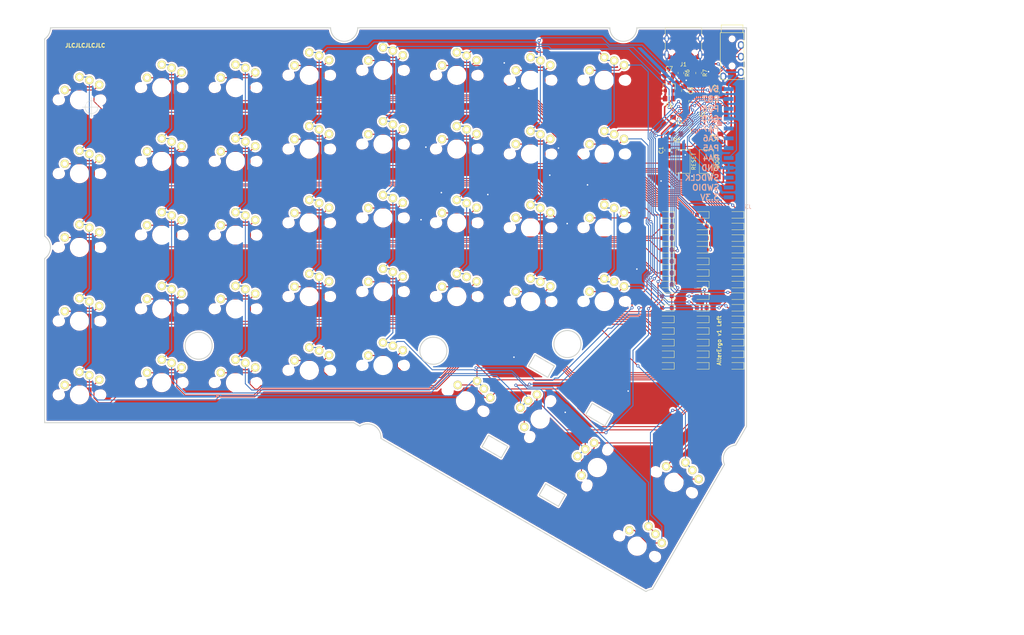
<source format=kicad_pcb>
(kicad_pcb (version 20211014) (generator pcbnew)
  (layers (0 "F.Cu" signal) (31 "B.Cu" signal) (34 "B.Paste" user) (35 "F.Paste" user) (36 "B.SilkS" user "B.Silkscreen") (37 "F.SilkS" user "F.Silkscreen") (38 "B.Mask" user) (39 "F.Mask" user) (44 "Edge.Cuts" user))
  (net 0 "")
  (net 1 "GND")
  (net 2 "5V")
  (net 3 "Net-(J1-PadA5)")
  (net 4 "D-")
  (net 5 "D+")
  (net 6 "Net-(J1-PadB5)")
  (net 7 "Net-(R1-Pad1)")
  (net 8 "3.3V")
  (net 9 "VBAT")
  (net 10 "Net-(D1.1-Pad2)")
  (net 11 "Net-(D1.2-Pad2)")
  (net 12 "Net-(C1-Pad2)")
  (net 13 "Net-(D1.3-Pad2)")
  (net 14 "Net-(D1.4-Pad2)")
  (net 15 "Net-(D1.5-Pad2)")
  (net 16 "Net-(D1.6-Pad2)")
  (net 17 "PA4")
  (net 18 "PA5")
  (net 19 "PA6")
  (net 20 "PA7")
  (net 21 "ROW1")
  (net 22 "ROW2")
  (net 23 "ROW3")
  (net 24 "ROW4")
  (net 25 "SWDIO")
  (net 26 "SWDCLK")
  (net 27 "COL1")
  (net 28 "COL2")
  (net 29 "COL3")
  (net 30 "COL4")
  (net 31 "PB6")
  (net 32 "PB7")
  (net 33 "COL5")
  (net 34 "COL6")
  (net 35 "TX")
  (net 36 "RX")
  (net 37 "Net-(D1.7-Pad2)")
  (net 38 "Net-(D2.1-Pad2)")
  (net 39 "Net-(D2.2-Pad2)")
  (net 40 "Net-(D2.3-Pad2)")
  (net 41 "Net-(D2.4-Pad2)")
  (net 42 "Net-(D2.5-Pad2)")
  (net 43 "Net-(D2.6-Pad2)")
  (net 44 "Net-(D2.7-Pad2)")
  (net 45 "Net-(D3.1-Pad2)")
  (net 46 "Net-(D3.2-Pad2)")
  (net 47 "Net-(D3.3-Pad2)")
  (net 48 "Net-(D3.4-Pad2)")
  (net 49 "Net-(D3.5-Pad2)")
  (net 50 "Net-(D3.6-Pad2)")
  (net 51 "Net-(D3.7-Pad2)")
  (net 52 "Net-(D4.1-Pad2)")
  (net 53 "Net-(D4.2-Pad2)")
  (net 54 "Net-(D4.3-Pad2)")
  (net 55 "Net-(D4.4-Pad2)")
  (net 56 "Net-(D4.5-Pad2)")
  (net 57 "Net-(D4.6-Pad2)")
  (net 58 "Net-(D4.7-Pad2)")
  (net 59 "ROW5")
  (net 60 "Net-(D5.1-Pad2)")
  (net 61 "Net-(D5.2-Pad2)")
  (net 62 "Net-(D5.3-Pad2)")
  (net 63 "Net-(D5.4-Pad2)")
  (net 64 "Net-(D5.5-Pad2)")
  (net 65 "Net-(D5.6-Pad2)")
  (net 66 "Net-(D5.7-Pad2)")
  (net 67 "ROW6")
  (net 68 "Net-(D6.1-Pad2)")
  (net 69 "Net-(D6.2-Pad2)")
  (net 70 "Net-(D6.3-Pad2)")
  (net 71 "Net-(D6.4-Pad2)")
  (net 72 "Net-(D6.5-Pad2)")
  (net 73 "Net-(D6.6-Pad2)")
  (net 74 "Net-(D6.7-Pad2)")
  (net 77 "COL7")
  (footprint "Resistor_SMD:R_0805_2012Metric_Pad1.20x1.40mm_HandSolder" (layer "F.Cu") (at 197.457895 41.357544 -90)
    (fp_text reference "R7")
    (fp_text value "5.1k")
  )
  (footprint "Resistor_SMD:R_0805_2012Metric_Pad1.20x1.40mm_HandSolder" (layer "F.Cu") (at 192.885895 41.357544 -90)
    (fp_text reference "R6")
    (fp_text value "5.1k")
  )
  (footprint "Resistor_SMD:R_0805_2012Metric_Pad1.20x1.40mm_HandSolder" (layer "F.Cu") (at 191.860895 57.105544 180)
    (fp_text reference "R1")
    (fp_text value "5.1k")
  )
  (footprint "Package_TO_SOT_SMD:SOT-23" (layer "F.Cu") (at 189.837895 44.913544 90)
    (fp_text reference "U2" hide)
    (fp_text value "LDO")
  )
  (footprint "Capacitor_SMD:C_0805_2012Metric_Pad1.18x1.45mm_HandSolder" (layer "F.Cu") (at 189.456895 61.296544 90)
    (fp_text reference "C1")
    (fp_text value "100nF")
  )
  (footprint "Capacitor_SMD:C_0805_2012Metric_Pad1.18x1.45mm_HandSolder" (layer "F.Cu") (at 189.837895 47.961544)
    (fp_text reference "C6")
    (fp_text value "1µF")
  )
  (footprint "Capacitor_SMD:C_0805_2012Metric_Pad1.18x1.45mm_HandSolder" (layer "F.Cu") (at 203.045895 58.121544 90)
    (fp_text reference "C3")
    (fp_text value "100nF")
  )
  (footprint "Capacitor_SMD:C_0805_2012Metric_Pad1.18x1.45mm_HandSolder" (layer "F.Cu") (at 193.774895 45.929544 -90)
    (fp_text reference "C5")
    (fp_text value "100nF")
  )
  (footprint "Capacitor_SMD:C_0805_2012Metric_Pad1.18x1.45mm_HandSolder" (layer "F.Cu") (at 189.837895 41.865544)
    (fp_text reference "C7")
    (fp_text value "1µF")
  )
  (footprint "Button_Switch_SMD:SW_SPST_CK_RS282G05A3" (layer "F.Cu") (at 193.393895 64.217544 90)
    (fp_text reference "SW2" hide)
    (fp_text value "RESET")
  )
  (footprint "Button_Switch_SMD:SW_SPST_CK_RS282G05A3" (layer "F.Cu") (at 199.489895 64.217544 90)
    (fp_text reference "SW1" hide)
    (fp_text value "BOOT")
  )
  (footprint "Connector_USB:USB_C_Receptacle_HRO_TYPE-C-31-M-12" (layer "F.Cu") (at 193.520895 33.483544 180)
    (fp_text reference "J1")
    (fp_text value "USB_C_Receptacle_USB2.0")
  )
  (footprint "Package_QFP:LQFP-48_7x7mm_P0.5mm" (layer "F.Cu") (at 198.473895 52.025544 90)
    (fp_text reference "U1")
    (fp_text value "STM32")
  )
  (footprint "Capacitor_SMD:C_0805_2012Metric_Pad1.18x1.45mm_HandSolder" (layer "F.Cu") (at 203.553895 46.437544 90)
    (fp_text reference "C2")
    (fp_text value "100nF")
  )
  (footprint "Capacitor_SMD:C_0805_2012Metric_Pad1.18x1.45mm_HandSolder" (layer "F.Cu") (at 190.853895 53.803544 -90)
    (fp_text reference "C4")
    (fp_text value "100nF")
  )
  (footprint "keebio:TRRS-PJ-320A-no-Fmask" (layer "F.Cu") (at 206.093895 30.943544)
    (fp_text reference "J2")
    (fp_text value "AudioJack4")
  )
  (footprint "Diode_SMD:D_SOD-323_HandSoldering" (layer "F.Cu") (at 189.25 102 180)
    (fp_text reference "D4.6" hide)
    (fp_text value "D")
  )
  (footprint "Diode_SMD:D_SOD-323_HandSoldering" (layer "F.Cu") (at 189.25 99 180)
    (fp_text reference "D4.7" hide)
    (fp_text value "D")
  )
  (footprint "custom:CherryMX_Choc_1u" (layer "F.Cu") (at 96.88472 41.943544)
    (fp_text reference "SW1.4" hide)
    (fp_text value "SW_Push" hide)
  )
  (footprint "Diode_SMD:D_SOD-323_HandSoldering" (layer "F.Cu") (at 198.25 114 180)
    (fp_text reference "D5.2" hide)
    (fp_text value "D")
  )
  (footprint "custom:CherryMX_Choc_1u" (layer "F.Cu") (at 171.293645 143.264384 60)
    (fp_text reference "SW6.3" hide)
    (fp_text value "SW_Push" hide)
  )
  (footprint "Diode_SMD:D_SOD-323_HandSoldering" (layer "F.Cu") (at 189.25 114 180)
    (fp_text reference "D4.2" hide)
    (fp_text value "D")
  )
  (footprint "Diode_SMD:D_SOD-323_HandSoldering" (layer "F.Cu") (at 198.25 93 180)
    (fp_text reference "D2.2" hide)
    (fp_text value "D")
  )
  (footprint "Diode_SMD:D_SOD-323_HandSoldering" (layer "F.Cu") (at 189.25 84 180)
    (fp_text reference "D3.5" hide)
    (fp_text value "D")
  )
  (footprint "custom:CherryMX_Choc_1u" (layer "F.Cu") (at 173.08472 81.313544)
    (fp_text reference "SW5.7" hide)
    (fp_text value "SW_Push" hide)
  )
  (footprint "custom:CherryMX_Choc_1u" (layer "F.Cu") (at 115.93472 78.773544)
    (fp_text reference "SW3.5" hide)
    (fp_text value "SW_Push" hide)
  )
  (footprint "custom:CherryMX_Choc_1u" (layer "F.Cu") (at 115.93472 116.873544)
    (fp_text reference "SW5.5" hide)
    (fp_text value "SW_Push" hide)
  )
  (footprint "Diode_SMD:D_SOD-323_HandSoldering" (layer "F.Cu") (at 207.25 111 180)
    (fp_text reference "D6.2" hide)
    (fp_text value "D")
  )
  (footprint "Diode_SMD:D_SOD-323_HandSoldering" (layer "F.Cu") (at 207.25 114 180)
    (fp_text reference "D6.3" hide)
    (fp_text value "D")
  )
  (footprint "Diode_SMD:D_SOD-323_HandSoldering" (layer "F.Cu") (at 189.25 81 180)
    (fp_text reference "D3.6" hide)
    (fp_text value "D")
  )
  (footprint "custom:CherryMX_Choc_1u" (layer "F.Cu") (at 154.03472 43.213544)
    (fp_text reference "SW1.7" hide)
    (fp_text value "SW_Push" hide)
  )
  (footprint "custom:CherryMX_Choc_1u" (layer "F.Cu") (at 77.83472 121.316244)
    (fp_text reference "SW5.3" hide)
    (fp_text value "SW_Push" hide)
  )
  (footprint "custom:CherryMX_Choc_1u" (layer "F.Cu") (at 154.03472 62.263544)
    (fp_text reference "SW2.7" hide)
    (fp_text value "SW_Push" hide)
  )
  (footprint "Diode_SMD:D_SOD-323_HandSoldering" (layer "F.Cu") (at 207.25 102 180)
    (fp_text reference "D6.6" hide)
    (fp_text value "D")
  )
  (footprint "custom:CherryMX_Choc_1u" (layer "F.Cu") (at 58.78472 102.266244)
    (fp_text reference "SW4.2" hide)
    (fp_text value "SW_Push" hide)
  )
  (footprint "custom:CherryMX_Choc_1u" (layer "F.Cu") (at 58.78472 121.316244)
    (fp_text reference "SW5.2" hide)
    (fp_text value "SW_Push" hide)
  )
  (footprint "custom:CherryMX_Choc_1u" (layer "F.Cu") (at 37.53472 124.488944)
    (fp_text reference "SW5.1" hide)
    (fp_text value "SW_Push" hide)
  )
  (footprint "custom:CherryMX_Choc_1u" (layer "F.Cu") (at 77.83472 83.216244)
    (fp_text reference "SW3.3" hide)
    (fp_text value "SW_Push" hide)
  )
  (footprint "custom:CherryMX_Choc_1u" (layer "F.Cu") (at 134.98472 80.043544)
    (fp_text reference "SW3.6" hide)
    (fp_text value "SW_Push" hide)
  )
  (footprint "custom:CherryMX_Choc_1u" (layer "F.Cu") (at 58.78472 64.166244)
    (fp_text reference "SW2.2" hide)
    (fp_text value "SW_Push" hide)
  )
  (footprint "Diode_SMD:D_SOD-323_HandSoldering" (layer "F.Cu") (at 198.25 105 180)
    (fp_text reference "D5.5" hide)
    (fp_text value "D")
  )
  (footprint "custom:CherryMX_Choc_1u" (layer "F.Cu") (at 173.08472 43.213544)
    (fp_text reference "SW5.6" hide)
    (fp_text value "SW_Push" hide)
  )
  (footprint "Diode_SMD:D_SOD-323_HandSoldering" (layer "F.Cu") (at 198.25 117 180)
    (fp_text reference "D5.1" hide)
    (fp_text value "D")
  )
  (footprint "Diode_SMD:D_SOD-323_HandSoldering" (layer "F.Cu") (at 207.25 78 180)
    (fp_text reference "D1.7" hide)
    (fp_text value "D")
  )
  (footprint "custom:CherryMX_Choc_1u" (layer "F.Cu") (at 173.08472 100.363544)
    (fp_text reference "SW6.7" hide)
    (fp_text value "SW_Push" hide)
  )
  (footprint "custom:CherryMX_Choc_1u" (layer "F.Cu") (at 96.88472 80.043544)
    (fp_text reference "SW3.4" hide)
    (fp_text value "SW_Push" hide)
  )
  (footprint "Diode_SMD:D_SOD-323_HandSoldering" (layer "F.Cu") (at 189.25 78 180)
    (fp_text reference "D3.7" hide)
    (fp_text value "D")
  )
  (footprint "custom:CherryMX_Choc_1u" (layer "F.Cu") (at 96.88472 118.143544)
    (fp_text reference "SW5.4" hide)
    (fp_text value "SW_Push" hide)
  )
  (footprint "Diode_SMD:D_SOD-323_HandSoldering" (layer "F.Cu") (at 207.25 99 180)
    (fp_text reference "D6.7" hide)
    (fp_text value "D")
  )
  (footprint "custom:CherryMX_Choc_1u" (layer "F.Cu") (at 134.98472 60.993544)
    (fp_text reference "SW2.6" hide)
    (fp_text value "SW_Push" hide)
  )
  (footprint "custom:CherryMX_Choc_1u" (layer "F.Cu") (at 58.78472 83.216244)
    (fp_text reference "SW3.2" hide)
    (fp_text value "SW_Push" hide)
  )
  (footprint "Diode_SMD:D_SOD-323_HandSoldering" (layer "F.Cu") (at 198.25 78 180)
    (fp_text reference "D2.7" hide)
    (fp_text value "D")
  )
  (footprint "Diode_SMD:D_SOD-323_HandSoldering" (layer "F.Cu") (at 198.25 111 180)
    (fp_text reference "D5.3" hide)
    (fp_text value "D")
  )
  (footprint "Diode_SMD:D_SOD-323_HandSoldering" (layer "F.Cu") (at 207.25 90 180)
    (fp_text reference "D1.3" hide)
    (fp_text value "D")
  )
  (footprint "Diode_SMD:D_SOD-323_HandSoldering" (layer "F.Cu") (at 207.25 105 180)
    (fp_text reference "D6.5" hide)
    (fp_text value "D")
  )
  (footprint "Diode_SMD:D_SOD-323_HandSoldering" (layer "F.Cu") (at 198.25 84 180)
    (fp_text reference "D2.5" hide)
    (fp_text value "D")
  )
  (footprint "Diode_SMD:D_SOD-323_HandSoldering" (layer "F.Cu") (at 198.25 99 180)
    (fp_text reference "D5.7" hide)
    (fp_text value "D")
  )
  (footprint "Diode_SMD:D_SOD-323_HandSoldering" (layer "F.Cu") (at 198.25 81 180)
    (fp_text reference "D2.6" hide)
    (fp_text value "D")
  )
  (footprint "Diode_SMD:D_SOD-323_HandSoldering" (layer "F.Cu") (at 207.25 87 180)
    (fp_text reference "D1.4" hide)
    (fp_text value "D")
  )
  (footprint "custom:CherryMX_Choc_1u" (layer "F.Cu") (at 37.53472 86.388944)
    (fp_text reference "SW3.1" hide)
    (fp_text value "SW_Push" hide)
  )
  (footprint "Diode_SMD:D_SOD-323_HandSoldering" (layer "F.Cu") (at 198.25 102 180)
    (fp_text reference "D5.6" hide)
    (fp_text value "D")
  )
  (footprint "custom:CherryMX_Choc_1u" (layer "F.Cu") (at 181.566662 163.570995 -30)
    (fp_text reference "SW6.5" hide)
    (fp_text value "SW_Push" hide)
  )
  (footprint "custom:CherryMX_Choc_1u" (layer "F.Cu") (at 134.98472 99.093544)
    (fp_text reference "SW4.6" hide)
    (fp_text value "SW_Push" hide)
  )
  (footprint "custom:CherryMX_Choc_1u" (layer "F.Cu") (at 96.88472 60.993544)
    (fp_text reference "SW2.4" hide)
    (fp_text value "SW_Push" hide)
  )
  (footprint "custom:CherryMX_Choc_1u" (layer "F.Cu") (at 77.83472 45.116244)
    (fp_text reference "SW1.3" hide)
    (fp_text value "SW_Push" hide)
  )
  (footprint "Diode_SMD:D_SOD-323_HandSoldering" (layer "F.Cu") (at 189.25 108 180)
    (fp_text reference "D4.4" hide)
    (fp_text value "D")
  )
  (footprint "Diode_SMD:D_SOD-323_HandSoldering" (layer "F.Cu") (at 189.25 93 180)
    (fp_text reference "D3.2" hide)
    (fp_text value "D")
  )
  (footprint "custom:CherryMX_Choc_1u" (layer "F.Cu") (at 156.520627 130.752001 60)
    (fp_text reference "SW6.2" hide)
    (fp_text value "SW_Push" hide)
  )
  (footprint "custom:CherryMX_Choc_1u" (layer "F.Cu") (at 173.08472 62.263544)
    (fp_text reference "SW6.6" hide)
    (fp_text value "SW_Push" hide)
  )
  (footprint "custom:CherryMX_Choc_1u" (layer "F.Cu") (at 37.53472 67.338944)
    (fp_text reference "SW2.1" hide)
    (fp_text value "SW_Push" hide)
  )
  (footprint "Diode_SMD:D_SOD-323_HandSoldering" (layer "F.Cu") (at 198.25 96 180)
    (fp_text reference "D2.1" hide)
    (fp_text value "D")
  )
  (footprint "custom:CherryMX_Choc_1u" (layer "F.Cu") (at 115.93472 97.823544)
    (fp_text reference "SW4.5" hide)
    (fp_text value "SW_Push" hide)
  )
  (footprint "Diode_SMD:D_SOD-323_HandSoldering" (layer "F.Cu") (at 207.25 96 180)
    (fp_text reference "D1.1" hide)
    (fp_text value "D")
  )
  (footprint "Diode_SMD:D_SOD-323_HandSoldering" (layer "F.Cu") (at 198.25 108 180)
    (fp_text reference "D5.4" hide)
    (fp_text value "D")
  )
  (footprint "Diode_SMD:D_SOD-323_HandSoldering" (layer "F.Cu") (at 207.25 93 180)
    (fp_text reference "D1.2" hide)
    (fp_text value "D")
  )
  (footprint "custom:CherryMX_Choc_1u" (layer "F.Cu") (at 115.93472 40.673544)
    (fp_text reference "SW1.5" hide)
    (fp_text value "SW_Push" hide)
  )
  (footprint "Diode_SMD:D_SOD-323_HandSoldering" (layer "F.Cu") (at 207.25 81 180)
    (fp_text reference "D1.6" hide)
    (fp_text value "D")
  )
  (footprint "Diode_SMD:D_SOD-323_HandSoldering" (layer "F.Cu") (at 189.25 96 180)
    (fp_text reference "D3.1" hide)
    (fp_text value "D")
  )
  (footprint "Diode_SMD:D_SOD-323_HandSoldering" (layer "F.Cu") (at 207.25 108 180)
    (fp_text reference "D6.1" hide)
    (fp_text value "D")
  )
  (footprint "custom:CherryMX_Choc_1u" (layer "F.Cu") (at 137.247609 126.033847 -30)
    (fp_text reference "SW6.1" hide)
    (fp_text value "SW_Push" hide)
  )
  (footprint "custom:CherryMX_Choc_1u" (layer "F.Cu") (at 154.03472 81.313544)
    (fp_text reference "SW3.7" hide)
    (fp_text value "SW_Push" hide)
  )
  (footprint "Diode_SMD:D_SOD-323_HandSoldering" (layer "F.Cu") (at 189.25 87 180)
    (fp_text reference "D3.4" hide)
    (fp_text value "D")
  )
  (footprint "Diode_SMD:D_SOD-323_HandSoldering" (layer "F.Cu") (at 189.25 90 180)
    (fp_text reference "D3.3" hide)
    (fp_text value "D")
  )
  (footprint "custom:CherryMX_Choc_1u" (layer "F.Cu") (at 37.53472 48.288944)
    (fp_text reference "SW1.1" hide)
    (fp_text value "SW_Push" hide)
  )
  (footprint "custom:CherryMX_Choc_1u" (layer "F.Cu") (at 134.98472 41.943544)
    (fp_text reference "SW1.6" hide)
    (fp_text value "SW_Push" hide)
  )
  (footprint "custom:CherryMX_Choc_1u" (layer "F.Cu") (at 77.83472 64.166244)
    (fp_text reference "SW2.3" hide)
    (fp_text value "SW_Push" hide)
  )
  (footprint "custom:CherryMX_Choc_1u" (layer "F.Cu") (at 37.53472 105.438944)
    (fp_text reference "SW4.1" hide)
    (fp_text value "SW_Push" hide)
  )
  (footprint "Diode_SMD:D_SOD-323_HandSoldering" (layer "F.Cu") (at 207.25 84 180)
    (fp_text reference "D1.5" hide)
    (fp_text value "D")
  )
  (footprint "Diode_SMD:D_SOD-323_HandSoldering" (layer "F.Cu") (at 198.25 90 180)
    (fp_text reference "D2.3" hide)
    (fp_text value "D")
  )
  (footprint "Diode_SMD:D_SOD-323_HandSoldering" (layer "F.Cu") (at 207.25 117 180)
    (fp_text reference "D6.4" hide)
    (fp_text value "D")
  )
  (footprint "custom:CherryMX_Choc_1u" (layer "F.Cu") (at 191.091662 147.073211 -30)
    (fp_text reference "SW6.4" hide)
    (fp_text value "SW_Push" hide)
  )
  (footprint "custom:CherryMX_Choc_1u" (layer "F.Cu") (at 96.88472 99.093544)
    (fp_text reference "SW4.4" hide)
    (fp_text value "SW_Push" hide)
  )
  (footprint "Diode_SMD:D_SOD-323_HandSoldering" (layer "F.Cu") (at 189.25 111 180)
    (fp_text reference "D4.3" hide)
    (fp_text value "D")
  )
  (footprint "custom:CherryMX_Choc_1u" (layer "F.Cu") (at 58.78472 45.116244)
    (fp_text reference "SW1.2" hide)
    (fp_text value "SW_Push" hide)
  )
  (footprint "custom:CherryMX_Choc_1u" (layer "F.Cu") (at 154.03472 100.363544)
    (fp_text reference "SW4.7" hide)
    (fp_text value "SW_Push" hide)
  )
  (footprint "Diode_SMD:D_SOD-323_HandSoldering" (layer "F.Cu") (at 189.25 105 180)
    (fp_text reference "D4.5" hide)
    (fp_text value "D")
  )
  (footprint "custom:CherryMX_Choc_1u" (layer "F.Cu") (at 77.83472 102.266244)
    (fp_text reference "SW4.3" hide)
    (fp_text value "SW_Push" hide)
  )
  (footprint "Diode_SMD:D_SOD-323_HandSoldering" (layer "F.Cu") (at 198.25 87 180)
    (fp_text reference "D2.4" hide)
    (fp_text value "D")
  )
  (footprint "custom:CherryMX_Choc_1u" (layer "F.Cu") (at 115.93472 59.723544)
    (fp_text reference "SW2.5" hide)
    (fp_text value "SW_Push" hide)
  )
  (footprint "Diode_SMD:D_SOD-323_HandSoldering" (layer "F.Cu") (at 189.25 117 180)
    (fp_text reference "D4.1" hide)
    (fp_text value "D")
  )
  (footprint "Connector_Harwin:Harwin_M20-89012xx_1x12_P2.54mm_Horizontal" (layer "B.Cu") (at 210.74 59.495)
    (fp_text reference "J3")
    (fp_text value "Conn_01x12_Male")
  )
  (gr_line (start 168.259705 129.619322) (end 169.959705 126.674836) (layer "Edge.Cuts") (width 0.25))
  (gr_line (start 146.466333 140.766549) (end 148.166333 137.822063) (layer "Edge.Cuts") (width 0.25))
  (gr_line (start 207.021798 137.481407) (end 209.83472 132.609283) (layer "Edge.Cuts") (width 0.25))
  (gr_line (start 174.5 29.673544) (end 109.390169 29.673544) (layer "Edge.Cuts") (width 0.25))
  (gr_line (start 158.466333 119.98194) (end 160.166333 117.037453) (layer "Edge.Cuts") (width 0.25))
  (gr_line (start 173.239351 132.494322) (end 174.939351 129.549836) (layer "Edge.Cuts") (width 0.25))
  (gr_line (start 28.53472 83.516663) (end 28.53472 32.545825) (layer "Edge.Cuts") (width 0.25))
  (gr_line (start 108.318657 131.673544) (end 28.53472 131.673544) (layer "Edge.Cuts") (width 0.25))
  (gr_line (start 148.166333 137.822063) (end 143.186687 134.947063) (layer "Edge.Cuts") (width 0.25))
  (gr_arc (start 28.53472 83.516663) (mid 30.03472 86.388944) (end 28.53472 89.261225) (layer "Edge.Cuts") (width 0.25))
  (gr_line (start 28.53472 131.673544) (end 28.53472 89.261225) (layer "Edge.Cuts") (width 0.25))
  (gr_line (start 160.166333 117.037453) (end 155.186687 114.162453) (layer "Edge.Cuts") (width 0.25))
  (gr_circle (center 128.93472 113.093544) (end 132.43472 113.093544) (layer "Edge.Cuts") (width 0.25) (fill none))
  (gr_line (start 209.83472 29.673544) (end 209.83472 132.609283) (layer "Edge.Cuts") (width 0.25))
  (gr_arc (start 109.390169 29.673544) (mid 105.890169 33.173544) (end 102.390169 29.673544) (layer "Edge.Cuts") (width 0.25))
  (gr_line (start 162.939351 150.334445) (end 157.959705 147.459445) (layer "Edge.Cuts") (width 0.25))
  (gr_line (start 102.390169 29.673544) (end 30.03472 29.673544) (layer "Edge.Cuts") (width 0.25))
  (gr_line (start 185.541436 174.686485) (end 204.149517 142.456344) (layer "Edge.Cuts") (width 0.25))
  (gr_arc (start 30.03472 29.673544) (mid 29.637138 31.293729) (end 28.53472 32.545825) (layer "Edge.Cuts") (width 0.25))
  (gr_circle (center 68.30972 111.791244) (end 71.80972 111.791244) (layer "Edge.Cuts") (width 0.25) (fill none))
  (gr_line (start 141.486687 137.891549) (end 143.186687 134.947063) (layer "Edge.Cuts") (width 0.25))
  (gr_line (start 153.486687 117.10694) (end 155.186687 114.162453) (layer "Edge.Cuts") (width 0.25))
  (gr_circle (center 163.55972 111.363544) (end 167.05972 111.363544) (layer "Edge.Cuts") (width 0.25) (fill none))
  (gr_arc (start 183.858948 175.286751) (mid 184.661252 174.877476) (end 185.541436 174.686485) (layer "Edge.Cuts") (width 0.25))
  (gr_line (start 168.259705 129.619322) (end 173.239351 132.494322) (layer "Edge.Cuts") (width 0.25))
  (gr_line (start 209.83472 29.673544) (end 181.5 29.673544) (layer "Edge.Cuts") (width 0.25))
  (gr_line (start 156.259705 150.403932) (end 161.239351 153.278932) (layer "Edge.Cuts") (width 0.25))
  (gr_arc (start 181.5 29.673544) (mid 178 33.173544) (end 174.5 29.673544) (layer "Edge.Cuts") (width 0.25))
  (gr_line (start 174.939351 129.549836) (end 169.959705 126.674836) (layer "Edge.Cuts") (width 0.25))
  (gr_arc (start 204.149517 142.456344) (mid 204.286601 139.218849) (end 207.021798 137.481407) (layer "Edge.Cuts") (width 0.25))
  (gr_line (start 156.259705 150.403932) (end 157.959705 147.459445) (layer "Edge.Cuts") (width 0.25))
  (gr_line (start 115.39433 135.758686) (end 183.858948 175.286751) (layer "Edge.Cuts") (width 0.25))
  (gr_line (start 153.486687 117.10694) (end 158.466333 119.98194) (layer "Edge.Cuts") (width 0.25))
  (gr_line (start 161.239351 153.278932) (end 162.939351 150.334445) (layer "Edge.Cuts") (width 0.25))
  (gr_arc (start 109.926342 132.601741) (mid 113.654721 132.457869) (end 115.39433 135.758686) (layer "Edge.Cuts") (width 0.25))
  (gr_line (start 141.486687 137.891549) (end 146.466333 140.766549) (layer "Edge.Cuts") (width 0.25))
  (gr_line (start 108.318657 131.673544) (end 109.926342 132.601741) (layer "Edge.Cuts") (width 0.25))
  (gr_text "PA7" (at 202.950891 55.708544) (layer "B.SilkS") (effects (font (size 1.5 1.5) (thickness 0.3)) (justify left mirror)))
  (gr_text "GND" (at 202.950891 53.168544) (layer "B.SilkS") (effects (font (size 1.5 1.5) (thickness 0.3)) (justify left mirror)))
  (gr_text "5V" (at 202.950891 45.548544) (layer "B.SilkS") (effects (font (size 1.5 1.5) (thickness 0.3)) (justify left mirror)))
  (gr_text "PA4" (at 202.950891 63.328544) (layer "B.SilkS") (effects (font (size 1.5 1.5) (thickness 0.3)) (justify left mirror)))
  (gr_text "GND" (at 202.950891 65.868544) (layer "B.SilkS") (effects (font (size 1.5 1.5) (thickness 0.3)) (justify left mirror)))
  (gr_text "3.3V" (at 202.950891 73.488544) (layer "B.SilkS") (effects (font (size 1.5 1.5) (thickness 0.3)) (justify left mirror)))
  (gr_text "PB6" (at 202.950891 50.628544) (layer "B.SilkS") (effects (font (size 1.5 1.5) (thickness 0.3)) (justify left mirror)))
  (gr_text "SWDIO" (at 202.950891 70.948544) (layer "B.SilkS") (effects (font (size 1.5 1.5) (thickness 0.3)) (justify left mirror)))
  (gr_text "PB7" (at 202.950891 48.088544) (layer "B.SilkS") (effects (font (size 1.5 1.5) (thickness 0.3)) (justify left mirror)))
  (gr_text "SWDCLK" (at 202.950891 68.408544) (layer "B.SilkS") (effects (font (size 1.5 1.5) (thickness 0.3)) (justify left mirror)))
  (gr_text "PA5" (at 202.950891 60.788544) (layer "B.SilkS") (effects (font (size 1.5 1.5) (thickness 0.3)) (justify left mirror)))
  (gr_text "PA6" (at 202.950891 58.248544) (layer "B.SilkS") (effects (font (size 1.5 1.5) (thickness 0.3)) (justify left mirror)))
  (gr_text "AlterErgo v1 Left" (at 202.75 117 90) (layer "F.SilkS") (effects (font (size 1 1) (thickness 0.2)) (justify left)))
  (gr_text "JLCJLCJLCJLC" (at 39 34.25) (layer "F.SilkS") (effects (font (size 1 1) (thickness 0.25))))
  (target plus (at 40.64 50.165) (size 5) (width 0.1) (layer "Edge.Cuts"))
  (segment (start 204.061895 48.986543) (end 203.553895 47.462544) (width 0.25) (layer "F.Cu") (net 1))
  (segment (start 190.860895 57.105544) (end 189.419058 57.105544) (width 0.25) (layer "F.Cu") (net 1))
  (segment (start 202.823895 49.775544) (end 201.898895 49.775544) (width 0.25) (layer "F.Cu") (net 1))
  (segment (start 202.823895 49.775544) (end 203.683897 49.775544) (width 0.25) (layer "F.Cu") (net 1))
  (segment (start 196.925895 37.528544) (end 197.840895 36.613544) (width 0.381) (layer "F.Cu") (net 1))
  (segment (start 199.223895 56.375544) (end 199.223895 58.109544) (width 0.25) (layer "F.Cu") (net 1))
  (segment (start 198.64246 42.357544) (end 200.000004 41) (width 0.25) (layer "F.Cu") (net 1))
  (segment (start 196.770895 37.528544) (end 196.925895 37.528544) (width 0.381) (layer "F.Cu") (net 1))
  (segment (start 190.115895 37.528544) (end 189.200895 36.613544) (width 0.381) (layer "F.Cu") (net 1))
  (segment (start 193.774895 44.892044) (end 193.774895 43.725109) (width 0.25) (layer "F.Cu") (net 1))
  (segment (start 190.270895 37.528544) (end 190.115895 37.528544) (width 0.381) (layer "F.Cu") (net 1))
  (segment (start 203.683897 49.775544) (end 204.061895 49.397546) (width 0.25) (layer "F.Cu") (net 1))
  (segment (start 190.853895 52.878489) (end 192.25095 54.275544) (width 0.25) (layer "F.Cu") (net 1))
  (segment (start 196.223895 47.675544) (end 196.223895 46.775544) (width 0.25) (layer "F.Cu") (net 1))
  (segment (start 197.457895 42.357544) (end 198.64246 42.357544) (width 0.25) (layer "F.Cu") (net 1))
  (segment (start 201.848895 49.725544) (end 201.848895 48.300544) (width 0.25) (layer "F.Cu") (net 1))
  (segment (start 189.419058 57.105544) (end 189.012303 57.512299) (width 0.25) (layer "F.Cu") (net 1))
  (segment (start 201.848895 48.300544) (end 201.223895 47.675544) (width 0.25) (layer "F.Cu") (net 1))
  (segment (start 204.061895 49.397546) (end 204.061895 48.986543) (width 0.25) (layer "F.Cu") (net 1))
  (segment (start 201.898895 49.775544) (end 201.848895 49.725544) (width 0.25) (layer "F.Cu") (net 1))
  (segment (start 194.398267 45.527916) (end 193.774895 44.904544) (width 0.25) (layer "F.Cu") (net 1))
  (segment (start 190.853895 52.778544) (end 190.853895 52.878489) (width 0.25) (layer "F.Cu") (net 1))
  (segment (start 193.774895 43.725109) (end 194.250004 43.25) (width 0.25) (layer "F.Cu") (net 1))
  (segment (start 196.223895 46.775544) (end 194.976267 45.527916) (width 0.25) (layer "F.Cu") (net 1))
  (segment (start 192.25095 54.275544) (end 194.123895 54.275544) (width 0.25) (layer "F.Cu") (net 1))
  (segment (start 194.976267 45.527916) (end 194.398267 45.527916) (width 0.25) (layer "F.Cu") (net 1))
  (segment (start 201.223895 47.675544) (end 201.223895 46.266544) (width 0.25) (layer "F.Cu") (net 1))
  (via (at 168.75 70.25) (size 0.8) (drill 0.4) (layers "F.Cu" "B.Cu") (net 1))
  (via (at 192.25095 54.275544) (size 0.8) (drill 0.4) (layers "F.Cu" "B.Cu") (net 1))
  (via (at 125.75 79.25) (size 0.8) (drill 0.4) (layers "F.Cu" "B.Cu") (net 1))
  (via (at 163.5 80.25) (size 0.8) (drill 0.4) (layers "F.Cu" "B.Cu") (net 1))
  (via (at 161.25 60.75) (size 0.8) (drill 0.4) (layers "F.Cu" "B.Cu") (net 1))
  (via (at 127 60.5) (size 0.8) (drill 0.4) (layers "F.Cu" "B.Cu") (net 1))
  (via (at 163 129) (size 0.8) (drill 0.4) (layers "F.Cu" "B.Cu") (net 1))
  (via (at 151 45.25) (size 0.8) (drill 0.4) (layers "F.Cu" "B.Cu") (net 1))
  (via (at 189.012303 57.512299) (size 0.8) (drill 0.4) (layers "F.Cu" "B.Cu") (net 1))
  (via (at 147.25 38.75) (size 0.8) (drill 0.4) (layers "F.Cu" "B.Cu") (net 1))
  (via (at 149.75 114.75) (size 0.8) (drill 0.4) (layers "F.Cu" "B.Cu") (net 1))
  (via (at 181.5 92) (size 0.8) (drill 0.4) (layers "F.Cu" "B.Cu") (net 1))
  (via (at 194.250004 43.25) (size 0.8) (drill 0.4) (layers "F.Cu" "B.Cu") (net 1))
  (via (at 159 67.75) (size 0.8) (drill 0.4) (layers "F.Cu" "B.Cu") (net 1))
  (via (at 187.750004 69.25) (size 0.8) (drill 0.4) (layers "F.Cu" "B.Cu") (net 1))
  (via (at 131 72.25) (size 0.8) (drill 0.4) (layers "F.Cu" "B.Cu") (net 1))
  (via (at 179.25 123.5) (size 0.8) (drill 0.4) (layers "F.Cu" "B.Cu") (net 1))
  (via (at 195.750004 68) (size 0.8) (drill 0.4) (layers "F.Cu" "B.Cu") (net 1))
  (via (at 194.000004 62.5) (size 0.8) (drill 0.4) (layers "F.Cu" "B.Cu") (net 1))
  (via (at 200.000004 41) (size 0.8) (drill 0.4) (layers "F.Cu" "B.Cu") (net 1))
  (via (at 143 72.75) (size 0.8) (drill 0.4) (layers "F.Cu" "B.Cu") (net 1))
  (segment (start 200 41) (end 201.243544 42.243544) (width 0.25) (layer "B.Cu") (net 1))
  (segment (start 201.243544 42.243544) (end 203.793891 42.243544) (width 0.25) (layer "B.Cu") (net 1))
  (segment (start 191.070895 37.528544) (end 191.070895 36.726126) (width 0.381) (layer "F.Cu") (net 2))
  (segment (start 195.970895 36.726126) (end 195.970895 37.528544) (width 0.381) (layer "F.Cu") (net 2))
  (segment (start 195.970895 38.595348) (end 196.375547 39) (width 0.381) (layer "F.Cu") (net 2))
  (segment (start 191.833988 35.963033) (end 195.207802 35.963033) (width 0.381) (layer "F.Cu") (net 2))
  (segment (start 191.070895 36.726126) (end 191.833988 35.963033) (width 0.381) (layer "F.Cu") (net 2))
  (segment (start 195.207802 35.963033) (end 195.970895 36.726126) (width 0.381) (layer "F.Cu") (net 2))
  (segment (start 190.862895 42.888544) (end 189.837895 43.913544) (width 0.381) (layer "F.Cu") (net 2))
  (segment (start 191.070895 37.528544) (end 191.070895 41.657544) (width 0.381) (layer "F.Cu") (net 2))
  (segment (start 196.375547 39) (end 202.500004 39) (width 0.381) (layer "F.Cu") (net 2))
  (segment (start 190.862895 41.865544) (end 190.862895 42.888544) (width 0.381) (layer "F.Cu") (net 2))
  (segment (start 195.970895 37.528544) (end 195.970895 38.595348) (width 0.381) (layer "F.Cu") (net 2))
  (via (at 202.500004 39) (size 0.8) (drill 0.4) (layers "F.Cu" "B.Cu") (net 2))
  (segment (start 205.215 44.322435) (end 205.215 45.525) (width 0.381) (layer "B.Cu") (net 2))
  (segment (start 204.643544 41.143544) (end 208.393891 41.143544) (width 0.381) (layer "B.Cu") (net 2))
  (segment (start 202.5 39) (end 204.643544 41.143544) (width 0.381) (layer "B.Cu") (net 2))
  (segment (start 208.393891 41.143544) (end 205.215 44.322435) (width 0.381) (layer "B.Cu") (net 2))
  (segment (start 194.770895 37.528544) (end 194.770895 37.567544) (width 0.25) (layer "F.Cu") (net 3))
  (segment (start 194.790895 37.587544) (end 194.790895 38.387134) (width 0.25) (layer "F.Cu") (net 3))
  (segment (start 196.834523 39.709172) (end 197.457895 40.332544) (width 0.25) (layer "F.Cu") (net 3))
  (segment (start 194.770895 37.567544) (end 194.790895 37.587544) (width 0.25) (layer "F.Cu") (net 3))
  (segment (start 194.790895 38.387134) (end 196.112933 39.709172) (width 0.25) (layer "F.Cu") (net 3))
  (segment (start 196.112933 39.709172) (end 196.834523 39.709172) (width 0.25) (layer "F.Cu") (net 3))
  (segment (start 195.621905 39.854554) (end 195.621905 44.537144) (width 0.25) (layer "F.Cu") (net 4))
  (segment (start 197.723895 46.639134) (end 197.723895 47.675544) (width 0.25) (layer "F.Cu") (net 4))
  (segment (start 194.270895 38.503544) (end 194.270895 37.528544) (width 0.25) (layer "F.Cu") (net 4))
  (segment (start 194.195894 38.578545) (end 194.270895 38.503544) (width 0.25) (layer "F.Cu") (net 4))
  (segment (start 193.270895 37.528544) (end 193.270895 38.503544) (width 0.25) (layer "F.Cu") (net 4))
  (segment (start 193.270895 38.503544) (end 193.345896 38.578545) (width 0.25) (layer "F.Cu") (net 4))
  (segment (start 195.621905 44.537144) (end 197.723895 46.639134) (width 0.25) (layer "F.Cu") (net 4))
  (segment (start 193.345896 38.578545) (end 194.195894 38.578545) (width 0.25) (layer "F.Cu") (net 4))
  (segment (start 194.270895 38.503544) (end 195.621905 39.854554) (width 0.25) (layer "F.Cu") (net 4))
  (segment (start 197.223895 46.775544) (end 197.223895 47.675544) (width 0.25) (layer "F.Cu") (net 5))
  (segment (start 193.754885 39.432534) (end 195.171895 40.849544) (width 0.25) (layer "F.Cu") (net 5))
  (segment (start 192.770895 37.528544) (end 192.770895 38.639954) (width 0.25) (layer "F.Cu") (net 5))
  (segment (start 195.171895 44.723544) (end 197.223895 46.775544) (width 0.25) (layer "F.Cu") (net 5))
  (segment (start 193.770895 36.553544) (end 193.770895 37.528544) (width 0.25) (layer "F.Cu") (net 5))
  (segment (start 192.770895 38.639954) (end 193.563475 39.432534) (width 0.25) (layer "F.Cu") (net 5))
  (segment (start 192.770895 36.553544) (end 192.845896 36.478543) (width 0.25) (layer "F.Cu") (net 5))
  (segment (start 192.770895 37.528544) (end 192.770895 36.553544) (width 0.25) (layer "F.Cu") (net 5))
  (segment (start 193.695894 36.478543) (end 193.770895 36.553544) (width 0.25) (layer "F.Cu") (net 5))
  (segment (start 192.845896 36.478543) (end 193.695894 36.478543) (width 0.25) (layer "F.Cu") (net 5))
  (segment (start 193.563475 39.432534) (end 193.754885 39.432534) (width 0.25) (layer "F.Cu") (net 5))
  (segment (start 195.171895 40.849544) (end 195.171895 44.723544) (width 0.25) (layer "F.Cu") (net 5))
  (segment (start 191.770895 39.217544) (end 192.885895 40.332544) (width 0.25) (layer "F.Cu") (net 6))
  (segment (start 191.770895 37.528544) (end 191.770895 39.217544) (width 0.25) (layer "F.Cu") (net 6))
  (segment (start 194.879801 52.775544) (end 195.933895 53.829638) (width 0.25) (layer "F.Cu") (net 7))
  (segment (start 195.933895 54.732544) (end 193.560895 57.105544) (width 0.25) (layer "F.Cu") (net 7))
  (segment (start 194.123895 52.775544) (end 194.879801 52.775544) (width 0.25) (layer "F.Cu") (net 7))
  (segment (start 193.560895 57.105544) (end 192.885895 57.105544) (width 0.25) (layer "F.Cu") (net 7))
  (segment (start 188.406895 59.683371) (end 188.406895 62.909717) (width 0.25) (layer "F.Cu") (net 7))
  (segment (start 192.885895 57.105544) (end 190.853895 59.137544) (width 0.25) (layer "F.Cu") (net 7))
  (segment (start 188.743722 63.246544) (end 194.618895 63.246544) (width 0.25) (layer "F.Cu") (net 7))
  (segment (start 189.002705 59.137544) (end 188.793705 59.346544) (width 0.25) (layer "F.Cu") (net 7))
  (segment (start 188.743722 59.346544) (end 188.406895 59.683371) (width 0.25) (layer "F.Cu") (net 7))
  (segment (start 188.406895 62.909717) (end 188.743722 63.246544) (width 0.25) (layer "F.Cu") (net 7))
  (segment (start 190.853895 59.137544) (end 189.002705 59.137544) (width 0.25) (layer "F.Cu") (net 7))
  (segment (start 194.618895 63.246544) (end 199.489895 68.117544) (width 0.25) (layer "F.Cu") (net 7))
  (segment (start 195.933895 53.829638) (end 195.933895 54.732544) (width 0.25) (layer "F.Cu") (net 7))
  (segment (start 188.793705 59.346544) (end 188.743722 59.346544) (width 0.25) (layer "F.Cu") (net 7))
  (segment (start 202.500004 48.951653) (end 202.500004 46.466435) (width 0.25) (layer "F.Cu") (net 8))
  (segment (start 201.536942 69.561938) (end 203.836667 69.561938) (width 0.381) (layer "F.Cu") (net 8))
  (segment (start 199.723895 56.375544) (end 199.723895 57.275544) (width 0.25) (layer "F.Cu") (net 8))
  (segment (start 190.853895 54.828544) (end 190.053895 54.828544) (width 0.381) (layer "F.Cu") (net 8))
  (segment (start 187.891894 64.896543) (end 192.253395 69.258044) (width 0.381) (layer "F.Cu") (net 8))
  (segment (start 202.500004 46.466435) (end 203.553895 45.412544) (width 0.25) (layer "F.Cu") (net 8))
  (segment (start 200.168267 57.719916) (end 202.422523 57.719916) (width 0.25) (layer "F.Cu") (net 8))
  (segment (start 190.862895 47.961544) (end 191.869895 46.954544) (width 0.381) (layer "F.Cu") (net 8))
  (segment (start 190.787895 45.913544) (end 190.787895 47.886544) (width 0.381) (layer "F.Cu") (net 8))
  (segment (start 199.723895 57.275544) (end 200.168267 57.719916) (width 0.25) (layer "F.Cu") (net 8))
  (segment (start 193.901895 46.954544) (end 193.783895 47.072544) (width 0.25) (layer "F.Cu") (net 8))
  (segment (start 191.869895 46.954544) (end 193.774895 46.954544) (width 0.381) (layer "F.Cu") (net 8))
  (segment (start 205.868396 45.931103) (end 205.349837 45.412544) (width 0.381) (layer "F.Cu") (net 8))
  (segment (start 203.93246 60.317544) (end 199.489895 60.317544) (width 0.381) (layer "F.Cu") (net 8))
  (segment (start 205.349837 45.412544) (end 204.353895 45.412544) (width 0.381) (layer "F.Cu") (net 8))
  (segment (start 203.845895 57.096544) (end 205.868396 55.074043) (width 0.381) (layer "F.Cu") (net 8))
  (segment (start 199.489895 61.448544) (end 203.836667 65.795316) (width 0.381) (layer "F.Cu") (net 8))
  (segment (start 204.353895 45.412544) (end 203.553895 45.412544) (width 0.381) (layer "F.Cu") (net 8))
  (segment (start 194.123895 54.775544) (end 193.899395 55.000044) (width 0.25) (layer "F.Cu") (net 8))
  (segment (start 202.422523 57.719916) (end 203.045895 57.096544) (width 0.25) (layer "F.Cu") (net 8))
  (segment (start 190.053895 54.828544) (end 187.891894 56.990545) (width 0.381) (layer "F.Cu") (net 8))
  (segment (start 193.899395 55.000044) (end 191.025395 55.000044) (width 0.25) (layer "F.Cu") (net 8))
  (segment (start 204.188895 58.239544) (end 204.188895 60.061109) (width 0.381) (layer "F.Cu") (net 8))
  (segment (start 202.000004 72.025) (end 202.000004 70.025) (width 0.25) (layer "F.Cu") (net 8))
  (segment (start 188.666394 52.641043) (end 190.230523 54.205172) (width 0.381) (layer "F.Cu") (net 8))
  (segment (start 192.253395 69.258044) (end 194.11465 69.258044) (width 0.381) (layer "F.Cu") (net 8))
  (segment (start 188.666394 50.158045) (end 188.666394 52.641043) (width 0.381) (layer "F.Cu") (net 8))
  (segment (start 202.000004 70.025) (end 201.536942 69.561938) (width 0.25) (layer "F.Cu") (net 8))
  (segment (start 190.787895 47.886544) (end 190.862895 47.961544) (width 0.381) (layer "F.Cu") (net 8))
  (segment (start 194.418544 69.561938) (end 201.536942 69.561938) (width 0.381) (layer "F.Cu") (net 8))
  (segment (start 202.823895 49.275544) (end 202.500004 48.951653) (width 0.25) (layer "F.Cu") (net 8))
  (segment (start 194.11465 69.258044) (end 194.418544 69.561938) (width 0.381) (layer "F.Cu") (net 8))
  (segment (start 190.230523 54.205172) (end 190.853895 54.828544) (width 0.381) (layer "F.Cu") (net 8))
  (segment (start 199.489895 60.317544) (end 199.489895 61.448544) (width 0.381) (layer "F.Cu") (net 8))
  (segment (start 203.836667 65.795316) (end 203.836667 69.561938) (width 0.381) (layer "F.Cu") (net 8))
  (segment (start 187.891894 56.990545) (end 187.891894 64.896543) (width 0.381) (layer "F.Cu") (net 8))
  (segment (start 195.723895 47.675544) (end 194.622895 47.675544) (width 0.25) (layer "F.Cu") (net 8))
  (segment (start 204.188895 60.061109) (end 203.93246 60.317544) (width 0.381) (layer "F.Cu") (net 8))
  (segment (start 203.045895 57.096544) (end 203.845895 57.096544) (width 0.381) (layer "F.Cu") (net 8))
  (segment (start 191.025395 55.000044) (end 190.853895 54.828544) (width 0.25) (layer "F.Cu") (net 8))
  (segment (start 194.622895 47.675544) (end 193.901895 46.954544) (width 0.25) (layer "F.Cu") (net 8))
  (segment (start 205.868396 55.074043) (end 205.868396 45.931103) (width 0.381) (layer "F.Cu") (net 8))
  (segment (start 190.862895 47.961544) (end 188.666394 50.158045) (width 0.381) (layer "F.Cu") (net 8))
  (segment (start 203.045895 57.096544) (end 204.188895 58.239544) (width 0.381) (layer "F.Cu") (net 8))
  (via (at 202.000004 72.025) (size 0.8) (drill 0.4) (layers "F.Cu" "B.Cu") (net 8))
  (segment (start 205.215 73.465) (end 203.44 73.465) (width 0.25) (layer "B.Cu") (net 8))
  (segment (start 203.44 73.465) (end 202 72.025) (width 0.25) (layer "B.Cu") (net 8))
  (segment (start 202.75 78) (end 197.75 73) (width 0.25) (layer "F.Cu") (net 10))
  (segment (start 33.72472 45.748944) (end 41.27472 45.748944) (width 0.25) (layer "F.Cu") (net 10))
  (segment (start 197.750004 73) (end 193.314144 73) (width 0.25) (layer "F.Cu") (net 10))
  (segment (start 193.314144 73) (end 192.867138 72.552994) (width 0.25) (layer "F.Cu") (net 10))
  (segment (start 41.27472 45.748944) (end 42.63472 44.388944) (width 0.25) (layer "F.Cu") (net 10))
  (segment (start 162.5 62.866799) (end 166.968752 67.335551) (width 0.25) (layer "F.Cu") (net 10))
  (segment (start 166.968752 67.335551) (end 181.535381 67.335551) (width 0.25) (layer "F.Cu") (net 10))
  (segment (start 162.5 59.713569) (end 162.5 62.866799) (width 0.25) (layer "F.Cu") (net 10))
  (segment (start 192.595758 72.552994) (end 192.512815 72.470051) (width 0.25) (layer "F.Cu") (net 10))
  (segment (start 154.286431 51.5) (end 162.5 59.713569) (width 0.25) (layer "F.Cu") (net 10))
  (segment (start 41.27472 48.681358) (end 44.093362 51.5) (width 0.25) (layer "F.Cu") (net 10))
  (segment (start 202.75 93.5) (end 202.75 78) (width 0.25) (layer "F.Cu") (net 10))
  (segment (start 44.093362 51.5) (end 154.286431 51.5) (width 0.25) (layer "F.Cu") (net 10))
  (segment (start 205.25 96) (end 202.75 93.5) (width 0.25) (layer "F.Cu") (net 10))
  (segment (start 206 96) (end 205.25 96) (width 0.25) (layer "F.Cu") (net 10))
  (segment (start 192.867138 72.552994) (end 192.595758 72.552994) (width 0.25) (layer "F.Cu") (net 10))
  (segment (start 41.27472 45.748944) (end 41.27472 48.681358) (width 0.25) (layer "F.Cu") (net 10))
  (segment (start 192.512815 72.470051) (end 186.669885 72.470051) (width 0.25) (layer "F.Cu") (net 10))
  (segment (start 181.535381 67.335551) (end 186.669881 72.470051) (width 0.25) (layer "F.Cu") (net 10))
  (segment (start 167.154941 66.88605) (end 181.72157 66.88605) (width 0.25) (layer "F.Cu") (net 11))
  (segment (start 162.949501 60.813811) (end 163.449501 61.313811) (width 0.25) (layer "F.Cu") (net 11))
  (segment (start 203.199501 77.756656) (end 197.796338 72.353493) (width 0.25) (layer "F.Cu") (net 11))
  (segment (start 162.949501 57.949501) (end 162.949501 60.813811) (width 0.25) (layer "F.Cu") (net 11))
  (segment (start 62.52472 42.576244) (end 62.52472 46.52472) (width 0.25) (layer "F.Cu") (net 11))
  (segment (start 197.739187 72.353493) (end 193.303327 72.353493) (width 0.25) (layer "F.Cu") (net 11))
  (segment (start 206 93) (end 205.25 93) (width 0.25) (layer "F.Cu") (net 11))
  (segment (start 62.52472 42.576244) (end 63.88472 41.216244) (width 0.25) (layer "F.Cu") (net 11))
  (segment (start 181.718132 66.903992) (end 181.70019 66.88605) (width 0.25) (layer "F.Cu") (net 11))
  (segment (start 192.781947 72.103493) (end 192.699004 72.02055) (width 0.25) (layer "F.Cu") (net 11))
  (segment (start 205.25 93) (end 203.199501 90.949501) (width 0.25) (layer "F.Cu") (net 11))
  (segment (start 203.199501 90.949501) (end 203.199501 77.756656) (width 0.25) (layer "F.Cu") (net 11))
  (segment (start 181.739512 66.903992) (end 181.718132 66.903992) (width 0.25) (layer "F.Cu") (net 11))
  (segment (start 181.72157 66.88605) (end 181.739512 66.903992) (width 0.25) (layer "F.Cu") (net 11))
  (segment (start 197.796338 72.353493) (end 197.739183 72.353493) (width 0.25) (layer "F.Cu") (net 11))
  (segment (start 153.5 48.5) (end 162.949501 57.949501) (width 0.25) (layer "F.Cu") (net 11))
  (segment (start 163.449501 61.313811) (end 163.449501 63.18061) (width 0.25) (layer "F.Cu") (net 11))
  (segment (start 62.52472 46.52472) (end 64.5 48.5) (width 0.25) (layer "F.Cu") (net 11))
  (segment (start 163.449501 63.18061) (end 167.154941 66.88605) (width 0.25) (layer "F.Cu") (net 11))
  (segment (start 54.97472 42.576244) (end 62.52472 42.576244) (width 0.25) (layer "F.Cu") (net 11))
  (segment (start 192.699004 72.02055) (end 186.856074 72.02055) (width 0.25) (layer "F.Cu") (net 11))
  (segment (start 193.303327 72.353493) (end 193.053327 72.103493) (width 0.25) (layer "F.Cu") (net 11))
  (segment (start 64.5 48.5) (end 153.5 48.5) (width 0.25) (layer "F.Cu") (net 11))
  (segment (start 193.053327 72.103493) (end 192.781947 72.103493) (width 0.25) (layer "F.Cu") (net 11))
  (segment (start 186.85607 72.02055) (end 181.739512 66.903992) (width 0.25) (layer "F.Cu") (net 11))
  (segment (start 193.393895 60.317544) (end 195.641897 60.317544) (width 0.25) (layer "F.Cu") (net 12))
  (segment (start 198.723895 56.375544) (end 198.723895 57.235546) (width 0.25) (layer "F.Cu") (net 12))
  (segment (start 193.393895 60.317544) (end 189.502895 60.317544) (width 0.25) (layer "F.Cu") (net 12))
  (segment (start 198.723895 57.235546) (end 195.641897 60.317544) (width 0.25) (layer "F.Cu") (net 12))
  (segment (start 189.502895 60.317544) (end 189.456895 60.271544) (width 0.25) (layer "F.Cu") (net 12))
  (segment (start 167.34113 66.436549) (end 163.899002 62.994421) (width 0.25) (layer "F.Cu") (net 13))
  (segment (start 192.885193 71.571049) (end 191.295319 71.571049) (width 0.25) (layer "F.Cu") (net 13))
  (segment (start 203.826497 88.576497) (end 203.826497 77.747962) (width 0.25) (layer "F.Cu") (net 13))
  (segment (start 181.907759 66.436549) (end 167.34113 66.436549) (width 0.25) (layer "F.Cu") (net 13))
  (segment (start 74.02472 42.576244) (end 81.57472 42.576244) (width 0.25) (layer "F.Cu") (net 13))
  (segment (start 81.57472 42.576244) (end 82.93472 41.216244) (width 0.25) (layer "F.Cu") (net 13))
  (segment (start 153.63569 48) (end 83 48) (width 0.25) (layer "F.Cu") (net 13))
  (segment (start 163.899002 62.994421) (end 163.899002 58.263312) (width 0.25) (layer "F.Cu") (net 13))
  (segment (start 197.982527 71.903992) (end 197.925372 71.903992) (width 0.25) (layer "F.Cu") (net 13))
  (segment (start 205.25 90) (end 203.826497 88.576497) (width 0.25) (layer "F.Cu") (net 13))
  (segment (start 81.57472 46.57472) (end 81.57472 42.576244) (width 0.25) (layer "F.Cu") (net 13))
  (segment (start 191.277264 71.552994) (end 187.024208 71.552994) (width 0.25) (layer "F.Cu") (net 13))
  (segment (start 163.899002 58.263312) (end 153.63569 48) (width 0.25) (layer "F.Cu") (net 13))
  (segment (start 192.968136 71.653992) (end 192.885193 71.571049) (width 0.25) (layer "F.Cu") (net 13))
  (segment (start 193.489516 71.903992) (end 193.239516 71.653992) (width 0.25) (layer "F.Cu") (net 13))
  (segment (start 203.826497 77.747962) (end 197.982527 71.903992) (width 0.25) (layer "F.Cu") (net 13))
  (segment (start 206 90) (end 205.25 90) (width 0.25) (layer "F.Cu") (net 13))
  (segment (start 83 48) (end 81.57472 46.57472) (width 0.25) (layer "F.Cu") (net 13))
  (segment (start 187.024204 71.552994) (end 181.907759 66.436549) (width 0.25) (layer "F.Cu") (net 13))
  (segment (start 197.925376 71.903992) (end 193.489516 71.903992) (width 0.25) (layer "F.Cu") (net 13))
  (segment (start 193.239516 71.653992) (end 192.968136 71.653992) (width 0.25) (layer "F.Cu") (net 13))
  (segment (start 191.295319 71.571049) (end 191.277264 71.552994) (width 0.25) (layer "F.Cu") (net 13))
  (segment (start 205.25 87) (end 204.275998 86.025998) (width 0.25) (layer "F.Cu") (net 14))
  (segment (start 182.11189 66.00499) (end 183.060434 66.953534) (width 0.25) (layer "F.Cu") (net 14))
  (segment (start 182.072568 65.987048) (end 182.09051 66.00499) (width 0.25) (layer "F.Cu") (net 14))
  (segment (start 164.348503 62.808232) (end 167.527319 65.987048) (width 0.25) (layer "F.Cu") (net 14))
  (segment (start 204.275998 77.561773) (end 198.166221 71.451996) (width 0.25) (layer "F.Cu") (net 14))
  (segment (start 183.060434 66.953534) (end 187.31349 66.953534) (width 0.25) (layer "F.Cu") (net 14))
  (segment (start 206 87) (end 205.25 87) (width 0.25) (layer "F.Cu") (net 14))
  (segment (start 104.5 47.5) (end 153.77138 47.5) (width 0.25) (layer "F.Cu") (net 14))
  (segment (start 167.527319 65.987048) (end 182.072568 65.987048) (width 0.25) (layer "F.Cu") (net 14))
  (segment (start 204.275998 86.025998) (end 204.275998 77.561773) (width 0.25) (layer "F.Cu") (net 14))
  (segment (start 153.77138 47.5) (end 164.348503 58.077123) (width 0.25) (layer "F.Cu") (net 14))
  (segment (start 193.67321 71.451996) (end 193.425705 71.204491) (width 0.25) (layer "F.Cu") (net 14))
  (segment (start 198.166221 71.451996) (end 198.109066 71.451996) (width 0.25) (layer "F.Cu") (net 14))
  (segment (start 100.62472 39.403544) (end 100.739719 39.518543) (width 0.25) (layer "F.Cu") (net 14))
  (segment (start 100.739719 39.518543) (end 100.739719 43.739719) (width 0.25) (layer "F.Cu") (net 14))
  (segment (start 193.071382 71.121548) (end 191.481508 71.121548) (width 0.25) (layer "F.Cu") (net 14))
  (segment (start 182.09051 66.00499) (end 182.11189 66.00499) (width 0.25) (layer "F.Cu") (net 14))
  (segment (start 100.739719 43.739719) (end 104.5 47.5) (width 0.25) (layer "F.Cu") (net 14))
  (segment (start 164.348503 58.077123) (end 164.348503 62.808232) (width 0.25) (layer "F.Cu") (net 14))
  (segment (start 100.62472 39.403544) (end 93.07472 39.403544) (width 0.25) (layer "F.Cu") (net 14))
  (segment (start 193.425705 71.204491) (end 193.154325 71.204491) (width 0.25) (layer "F.Cu") (net 14))
  (segment (start 198.10907 71.451996) (end 193.67321 71.451996) (width 0.25) (layer "F.Cu") (net 14))
  (segment (start 191.481508 71.121548) (end 187.313494 66.953534) (width 0.25) (layer "F.Cu") (net 14))
  (segment (start 193.154325 71.204491) (end 193.071382 71.121548) (width 0.25) (layer "F.Cu") (net 14))
  (segment (start 101.98472 38.043544) (end 100.62472 39.403544) (width 0.25) (layer "F.Cu") (net 14))
  (segment (start 193.859399 71.002495) (end 193.611894 70.75499) (width 0.25) (layer "F.Cu") (net 15))
  (segment (start 119.67472 44.17472) (end 119.67472 38.133544) (width 0.25) (layer "F.Cu") (net 15))
  (segment (start 204.725499 77.375584) (end 198.35241 71.002495) (width 0.25) (layer "F.Cu") (net 15))
  (segment (start 193.611894 70.75499) (end 193.340514 70.75499) (width 0.25) (layer "F.Cu") (net 15))
  (segment (start 187.499679 66.504033) (end 183.246623 66.504033) (width 0.25) (layer "F.Cu") (net 15))
  (segment (start 164.798004 62.622043) (end 164.798004 57.890934) (width 0.25) (layer "F.Cu") (net 15))
  (segment (start 206 84) (end 205.25 84) (width 0.25) (layer "F.Cu") (net 15))
  (segment (start 153.957569 47.050499) (end 122.550499 47.050499) (width 0.25) (layer "F.Cu") (net 15))
  (segment (start 198.295259 71.002495) (end 193.859399 71.002495) (width 0.25) (layer "F.Cu") (net 15))
  (segment (start 119.67472 38.133544) (end 121.03472 36.773544) (width 0.25) (layer "F.Cu") (net 15))
  (segment (start 191.667697 70.672047) (end 187.499683 66.504033) (width 0.25) (layer "F.Cu") (net 15))
  (segment (start 193.340514 70.75499) (end 193.257571 70.672047) (width 0.25) (layer "F.Cu") (net 15))
  (segment (start 193.257571 70.672047) (end 191.667697 70.672047) (width 0.25) (layer "F.Cu") (net 15))
  (segment (start 164.798004 57.890934) (end 153.957569 47.050499) (width 0.25) (layer "F.Cu") (net 15))
  (segment (start 112.12472 38.133544) (end 119.67472 38.133544) (width 0.25) (layer "F.Cu") (net 15))
  (segment (start 205.25 84) (end 204.725499 83.475499) (width 0.25) (layer "F.Cu") (net 15))
  (segment (start 167.713508 65.537547) (end 164.798004 62.622043) (width 0.25) (layer "F.Cu") (net 15))
  (segment (start 204.725499 83.475499) (end 204.725499 77.375584) (width 0.25) (layer "F.Cu") (net 15))
  (segment (start 183.246623 66.504033) (end 182.280137 65.537547) (width 0.25) (layer "F.Cu") (net 15))
  (segment (start 198.35241 71.002495) (end 198.295255 71.002495) (width 0.25) (layer "F.Cu") (net 15))
  (segment (start 182.280137 65.537547) (end 167.713508 65.537547) (width 0.25) (layer "F.Cu") (net 15))
  (segment (start 122.550499 47.050499) (end 119.67472 44.17472) (width 0.25) (layer "F.Cu") (net 15))
  (segment (start 142.666856 39.403544) (end 149.86431 46.600998) (width 0.25) (layer "F.Cu") (net 16))
  (segment (start 131.17472 39.403544) (end 138.72472 39.403544) (width 0.25) (layer "F.Cu") (net 16))
  (segment (start 182.466326 65.088046) (end 182.484268 65.105988) (width 0.25) (layer "F.Cu") (net 16))
  (segment (start 183.432812 66.054532) (end 182.484268 65.105988) (width 0.25) (layer "F.Cu") (net 16))
  (segment (start 182.484268 65.105988) (end 182.462888 65.105988) (width 0.25) (layer "F.Cu") (net 16))
  (segment (start 138.72472 39.403544) (end 142.666856 39.403544) (width 0.25) (layer "F.Cu") (net 16))
  (segment (start 193.44376 70.222546) (end 191.853886 70.222546) (width 0.25) (layer "F.Cu") (net 16))
  (segment (start 205.175 77.189395) (end 198.538599 70.552994) (width 0.25) (layer "F.Cu") (net 16))
  (segment (start 154.143758 46.600998) (end 165.247505 57.704745) (width 0.25) (layer "F.Cu") (net 16))
  (segment (start 165.247505 62.435854) (end 167.899697 65.088046) (width 0.25) (layer "F.Cu") (net 16))
  (segment (start 193.798083 70.305489) (end 193.526703 70.305489) (width 0.25) (layer "F.Cu") (net 16))
  (segment (start 191.853886 70.222546) (end 187.685872 66.054532) (width 0.25) (layer "F.Cu") (net 16))
  (segment (start 182.462888 65.105988) (end 182.444946 65.088046) (width 0.25) (layer "F.Cu") (net 16))
  (segment (start 198.538599 70.552994) (end 198.481444 70.552994) (width 0.25) (layer "F.Cu") (net 16))
  (segment (start 187.685868 66.054532) (end 183.432812 66.054532) (width 0.25) (layer "F.Cu") (net 16))
  (segment (start 194.045588 70.552994) (end 193.798083 70.305489) (width 0.25) (layer "F.Cu") (net 16))
  (segment (start 138.72472 39.403544) (end 140.08472 38.043544) (width 0.25) (layer "F.Cu") (net 16))
  (segment (start 193.526703 70.305489) (end 193.44376 70.222546) (width 0.25) (layer "F.Cu") (net 16))
  (segment (start 206 79.57155) (end 205.175 78.74655) (width 0.25) (layer "F.Cu") (net 16))
  (segment (start 205.175 78.74655) (end 205.175 77.189395) (width 0.25) (layer "F.Cu") (net 16))
  (segment (start 167.899697 65.088046) (end 182.466326 65.088046) (width 0.25) (layer "F.Cu") (net 16))
  (segment (start 165.247505 57.704745) (end 165.247505 62.435854) (width 0.25) (layer "F.Cu") (net 16))
  (segment (start 198.481448 70.552994) (end 194.045588 70.552994) (width 0.25) (layer "F.Cu") (net 16))
  (segment (start 149.86431 46.600998) (end 154.143758 46.600998) (width 0.25) (layer "F.Cu") (net 16))
  (segment (start 206 81) (end 206 79.57155) (width 0.25) (layer "F.Cu") (net 16))
  (segment (start 202.823895 54.275544) (end 204.968962 54.275544) (width 0.25) (layer "F.Cu") (net 17))
  (segment (start 204.968962 54.275544) (end 205.000004 54.244502) (width 0.25) (layer "F.Cu") (net 17))
  (via (at 205.000004 54.244502) (size 0.8) (drill 0.4) (layers "F.Cu" "B.Cu") (net 17))
  (segment (start 205 54.244502) (end 207.219502 54.244502) (width 0.25) (layer "B.Cu") (net 17))
  (segment (start 207.219502 54.244502) (end 207.220891 54.245891) (width 0.25) (layer "B.Cu") (net 17))
  (segment (start 207.220891 61.299109) (end 205.215 63.305) (width 0.25) (layer "B.Cu") (net 17))
  (segment (start 207.220891 54.245891) (end 207.220891 61.299109) (width 0.25) (layer "B.Cu") (net 17))
  (segment (start 202.823895 53.775544) (end 201.943661 53.775544) (width 0.25) (layer "F.Cu") (net 18))
  (segment (start 201.943661 53.775544) (end 201.069094 54.650111) (width 0.25) (layer "F.Cu") (net 18))
  (segment (start 201.069094 54.650111) (end 201.069094 55.103693) (width 0.25) (layer "F.Cu") (net 18))
  (via (at 201.069094 55.103693) (size 0.8) (drill 0.4) (layers "F.Cu" "B.Cu") (net 18))
  (segment (start 205.215 60.765) (end 201.069092 56.619092) (width 0.25) (layer "B.Cu") (net 18))
  (segment (start 201.069092 56.619092) (end 201.069092 55.103691) (width 0.25) (layer "B.Cu") (net 18))
  (segment (start 202.823895 53.275544) (end 201.792953 53.275544) (width 0.25) (layer "F.Cu") (net 19))
  (segment (start 201.792953 53.275544) (end 200.072317 54.99618) (width 0.25) (layer "F.Cu") (net 19))
  (segment (start 200.072317 54.99618) (end 200.072317 55.029906) (width 0.25) (layer "F.Cu") (net 19))
  (via (at 200.072317 55.029906) (size 0.8) (drill 0.4) (layers "F.Cu" "B.Cu") (net 19))
  (segment (start 205.215 58.225) (end 201.34238 54.35238) (width 0.25) (layer "B.Cu") (net 19))
  (segment (start 200.749845 54.35238) (end 200.072319 55.029906) (width 0.25) (layer "B.Cu") (net 19))
  (segment (start 201.34238 54.35238) (end 200.749845 54.35238) (width 0.25) (layer "B.Cu") (net 19))
  (segment (start 201.374296 52.775544) (end 200.14984 54) (width 0.25) (layer "F.Cu") (net 20))
  (segment (start 200.14984 54) (end 199.997604 54) (width 0.25) (layer "F.Cu") (net 20))
  (segment (start 202.823895 52.775544) (end 201.374296 52.775544) (width 0.25) (layer "F.Cu") (net 20))
  (via (at 199.997604 54) (size 0.8) (drill 0.4) (layers "F.Cu" "B.Cu") (net 20))
  (segment (start 200.782219 53.30424) (end 200.086459 54) (width 0.25) (layer "B.Cu") (net 20))
  (segment (start 202.83424 53.30424) (end 200.782219 53.30424) (width 0.25) (layer "B.Cu") (net 20))
  (segment (start 205.215 55.685) (end 202.83424 53.30424) (width 0.25) (layer "B.Cu") (net 20))
  (segment (start 200.086459 54) (end 199.9976 54) (width 0.25) (layer "B.Cu") (net 20))
  (segment (start 202.823895 52.275544) (end 200.80866 52.275544) (width 0.25) (layer "F.Cu") (net 21))
  (segment (start 200.80866 52.275544) (end 200.083655 53.000549) (width 0.25) (layer "F.Cu") (net 21))
  (segment (start 207.468378 87.633544) (end 207.323404 87.633544) (width 0.25) (layer "F.Cu") (net 21))
  (segment (start 200.083655 53.000549) (end 200.00775 53.000549) (width 0.25) (layer "F.Cu") (net 21))
  (segment (start 208.5 78) (end 207.75 77.25) (width 0.25) (layer "F.Cu") (net 21))
  (segment (start 208.5 78.025) (end 208.5 96.025) (width 0.25) (layer "F.Cu") (net 21))
  (segment (start 207.75 77.25) (end 207.75 87.351922) (width 0.25) (layer "F.Cu") (net 21))
  (segment (start 206.825 76.075) (end 206.25 75.5) (width 0.25) (layer "F.Cu") (net 21))
  (segment (start 207.75 87.351922) (end 207.468378 87.633544) (width 0.25) (layer "F.Cu") (net 21))
  (segment (start 206.825 87.13514) (end 206.825 76.075) (width 0.25) (layer "F.Cu") (net 21))
  (segment (start 207.323404 87.633544) (end 206.825 87.13514) (width 0.25) (layer "F.Cu") (net 21))
  (via (at 200.00775 53.000549) (size 0.8) (drill 0.4) (layers "F.Cu" "B.Cu") (net 21))
  (via (at 206.25 75.5) (size 0.8) (drill 0.4) (layers "F.Cu" "B.Cu") (net 21))
  (segment (start 197.231043 54.222005) (end 198.152548 53.3005) (width 0.25) (layer "B.Cu") (net 21))
  (segment (start 192.550499 58.838811) (end 196.825999 54.563311) (width 0.25) (layer "B.Cu") (net 21))
  (segment (start 198.152548 53.3005) (end 199.707795 53.3005) (width 0.25) (layer "B.Cu") (net 21))
  (segment (start 205.775 75.025) (end 194.630699 75.025) (width 0.25) (layer "B.Cu") (net 21))
  (segment (start 194.630699 75.025) (end 192.550499 72.9448) (width 0.25) (layer "B.Cu") (net 21))
  (segment (start 196.825999 54.563311) (end 196.825999 54.538713) (width 0.25) (layer "B.Cu") (net 21))
  (segment (start 199.707795 53.3005) (end 200.007746 53.000549) (width 0.25) (layer "B.Cu") (net 21))
  (segment (start 196.825999 54.538713) (end 197.142707 54.222005) (width 0.25) (layer "B.Cu") (net 21))
  (segment (start 206.25 75.5) (end 205.775 75.025) (width 0.25) (layer "B.Cu") (net 21))
  (segment (start 197.142707 54.222005) (end 197.231043 54.222005) (width 0.25) (layer "B.Cu") (net 21))
  (segment (start 192.550499 72.9448) (end 192.550499 58.838811) (width 0.25) (layer "B.Cu") (net 21))
  (segment (start 200.222195 51.775544) (end 199.996631 52.001108) (width 0.25) (layer "F.Cu") (net 22))
  (segment (start 199.5 96) (end 199.5 78) (width 0.25) (layer "F.Cu") (net 22))
  (segment (start 202.823895 51.775544) (end 200.222195 51.775544) (width 0.25) (layer "F.Cu") (net 22))
  (segment (start 200.5 87) (end 199.5 87) (width 0.25) (layer "F.Cu") (net 22))
  (via (at 199.996631 52.001108) (size 0.8) (drill 0.4) (layers "F.Cu" "B.Cu") (net 22))
  (via (at 200.5 87) (size 0.8) (drill 0.4) (layers "F.Cu" "B.Cu") (net 22))
  (segment (start 198.486287 52.850999) (end 199.336178 52.001108) (width 0.25) (layer "B.Cu") (net 22))
  (segment (start 199.336178 52.001108) (end 199.996627 52.001108) (width 0.25) (layer "B.Cu") (net 22))
  (segment (start 196.376498 54.377122) (end 196.376498 54.352524) (width 0.25) (layer "B.Cu") (net 22))
  (segment (start 200.5 81.529991) (end 192.100998 73.130989) (width 0.25) (layer "B.Cu") (net 22))
  (segment (start 197.966359 52.850999) (end 198.486287 52.850999) (width 0.25) (layer "B.Cu") (net 22))
  (segment (start 200.5 87) (end 200.5 81.529991) (width 0.25) (layer "B.Cu") (net 22))
  (segment (start 197.044854 53.772504) (end 197.966359 52.850999) (width 0.25) (layer "B.Cu") (net 22))
  (segment (start 196.825999 53.772504) (end 197.044854 53.772504) (width 0.25) (layer "B.Cu") (net 22))
  (segment (start 192.100998 58.652622) (end 196.376498 54.377122) (width 0.25) (layer "B.Cu") (net 22))
  (segment (start 196.825999 53.903023) (end 196.825999 53.772504) (width 0.25) (layer "B.Cu") (net 22))
  (segment (start 192.100998 73.130989) (end 192.100998 58.652622) (width 0.25) (layer "B.Cu") (net 22))
  (segment (start 196.376498 54.352524) (end 196.825999 53.903023) (width 0.25) (layer "B.Cu") (net 22))
  (segment (start 190.5 78) (end 190.5 96) (width 0.25) (layer "F.Cu") (net 23))
  (segment (start 202.823895 51.275544) (end 200.274148 51.275544) (width 0.25) (layer "F.Cu") (net 23))
  (segment (start 190.75 87.25) (end 190.5 87) (width 0.25) (layer "F.Cu") (net 23))
  (segment (start 192 87.25) (end 190.75 87.25) (width 0.25) (layer "F.Cu") (net 23))
  (segment (start 200.274148 51.275544) (end 200.000216 51.001612) (width 0.25) (layer "F.Cu") (net 23))
  (via (at 192 87.25) (size 0.8) (drill 0.4) (layers "F.Cu" "B.Cu") (net 23))
  (via (at 200.000216 51.001612) (size 0.8) (drill 0.4) (layers "F.Cu" "B.Cu") (net 23))
  (segment (start 198.300098 52.401498) (end 199.699984 51.001612) (width 0.25) (layer "B.Cu") (net 23))
  (segment (start 196.376498 53.716834) (end 196.376498 53.352524) (width 0.25) (layer "B.Cu") (net 23))
  (segment (start 196.376498 53.352524) (end 196.406019 53.323003) (width 0.25) (layer "B.Cu") (net 23))
  (segment (start 191.651497 58.466433) (end 195.926997 54.190933) (width 0.25) (layer "B.Cu") (net 23))
  (segment (start 195.926997 54.166335) (end 196.376498 53.716834) (width 0.25) (layer "B.Cu") (net 23))
  (segment (start 192 87.25) (end 192 86.5) (width 0.25) (layer "B.Cu") (net 23))
  (segment (start 191.651497 86.151497) (end 191.651497 58.466433) (width 0.25) (layer "B.Cu") (net 23))
  (segment (start 192 86.5) (end 191.651497 86.151497) (width 0.25) (layer "B.Cu") (net 23))
  (segment (start 199.699984 51.001612) (end 200.000212 51.001612) (width 0.25) (layer "B.Cu") (net 23))
  (segment (start 196.858665 53.323003) (end 197.78017 52.401498) (width 0.25) (layer "B.Cu") (net 23))
  (segment (start 195.926997 54.190933) (end 195.926997 54.166335) (width 0.25) (layer "B.Cu") (net 23))
  (segment (start 196.406019 53.323003) (end 196.858665 53.323003) (width 0.25) (layer "B.Cu") (net 23))
  (segment (start 197.78017 52.401498) (end 198.300098 52.401498) (width 0.25) (layer "B.Cu") (net 23))
  (segment (start 201.251022 50.775544) (end 200.813793 50.338315) (width 0.25) (layer "F.Cu") (net 24))
  (segment (start 190.5 99) (end 190.5 117) (width 0.25) (layer "F.Cu") (net 24))
  (segment (start 192.045934 96.850999) (end 192.045934 97.454066) (width 0.25) (layer "F.Cu") (net 24))
  (segment (start 192.045934 97.454066) (end 190.5 99) (width 0.25) (layer "F.Cu") (net 24))
  (segment (start 202.823895 50.775544) (end 201.251022 50.775544) (width 0.25) (layer "F.Cu") (net 24))
  (via (at 192.045934 96.850999) (size 0.8) (drill 0.4) (layers "F.Cu" "B.Cu") (net 24))
  (via (at 200.813793 50.338315) (size 0.8) (drill 0.4) (layers "F.Cu" "B.Cu") (net 24))
  (segment (start 198.046309 51.951997) (end 199.275712 50.722594) (width 0.25) (layer "B.Cu") (net 24))
  (segment (start 199.275712 50.722594) (end 199.275712 50.701514) (width 0.25) (layer "B.Cu") (net 24))
  (segment (start 199.700114 50.277112) (end 200.30031 50.277112) (width 0.25) (layer "B.Cu") (net 24))
  (segment (start 197.593981 51.951997) (end 198.046309 51.951997) (width 0.25) (layer "B.Cu") (net 24))
  (segment (start 200.361513 50.338315) (end 200.813789 50.338315) (width 0.25) (layer "B.Cu") (net 24))
  (segment (start 195.926997 53.530645) (end 195.926997 53.166335) (width 0.25) (layer "B.Cu") (net 24))
  (segment (start 195.926997 53.166335) (end 196.21983 52.873502) (width 0.25) (layer "B.Cu") (net 24))
  (segment (start 200.30031 50.277112) (end 200.361513 50.338315) (width 0.25) (layer "B.Cu") (net 24))
  (segment (start 196.21983 52.873502) (end 196.672476 52.873502) (width 0.25) (layer "B.Cu") (net 24))
  (segment (start 199.275712 50.701514) (end 199.700114 50.277112) (width 0.25) (layer "B.Cu") (net 24))
  (segment (start 195.477496 54.004744) (end 195.477496 53.980146) (width 0.25) (layer "B.Cu") (net 24))
  (segment (start 196.672476 52.873502) (end 197.593981 51.951997) (width 0.25) (layer "B.Cu") (net 24))
  (segment (start 191.201996 96.007061) (end 191.201996 58.280244) (width 0.25) (layer "B.Cu") (net 24))
  (segment (start 192.045934 96.850999) (end 191.201996 96.007061) (width 0.25) (layer "B.Cu") (net 24))
  (segment (start 191.201996 58.280244) (end 195.477496 54.004744) (width 0.25) (layer "B.Cu") (net 24))
  (segment (start 195.477496 53.980146) (end 195.926997 53.530645) (width 0.25) (layer "B.Cu") (net 24))
  (segment (start 196.723895 47.675544) (end 196.723895 48.452689) (width 0.25) (layer "F.Cu") (net 25))
  (segment (start 196.92175 48.650544) (end 197.033444 48.650544) (width 0.25) (layer "F.Cu") (net 25))
  (segment (start 197.033444 48.650544) (end 199.000004 50.617104) (width 0.25) (layer "F.Cu") (net 25))
  (segment (start 196.723895 48.452689) (end 196.92175 48.650544) (width 0.25) (layer "F.Cu") (net 25))
  (segment (start 199.000004 54.980425) (end 199.04261 55.023031) (width 0.25) (layer "F.Cu") (net 25))
  (segment (start 199.000004 50.617104) (end 199.000004 54.980425) (width 0.25) (layer "F.Cu") (net 25))
  (via (at 199.04261 55.023031) (size 0.8) (drill 0.4) (layers "F.Cu" "B.Cu") (net 25))
  (segment (start 194.550499 61.010499) (end 194.550499 57.838811) (width 0.25) (layer "B.Cu") (net 25))
  (segment (start 197.2755 55.11381) (end 197.2755 54.813238) (width 0.25) (layer "B.Cu") (net 25))
  (segment (start 198.088738 54) (end 198.300098 54) (width 0.25) (layer "B.Cu") (net 25))
  (segment (start 194.550499 57.838811) (end 197.2755 55.11381) (width 0.25) (layer "B.Cu") (net 25))
  (segment (start 204.465 70.925) (end 194.550499 61.010499) (width 0.25) (layer "B.Cu") (net 25))
  (segment (start 205.215 70.925) (end 204.465 70.925) (width 0.25) (layer "B.Cu") (net 25))
  (segment (start 198.300098 54) (end 199.042606 54.742508) (width 0.25) (layer "B.Cu") (net 25))
  (segment (start 197.2755 54.813238) (end 198.088738 54) (width 0.25) (layer "B.Cu") (net 25))
  (segment (start 199.042606 54.742508) (end 199.042606 55.023031) (width 0.25) (layer "B.Cu") (net 25))
  (segment (start 196.53606 48.900544) (end 198.000004 50.364488) (width 0.25) (layer "F.Cu") (net 26))
  (segment (start 194.648895 49.275544) (end 195.023895 48.900544) (width 0.25) (layer "F.Cu") (net 26))
  (segment (start 195.023895 48.900544) (end 196.53606 48.900544) (width 0.25) (layer "F.Cu") (net 26))
  (segment (start 198.000004 50.364488) (end 198.000004 55.025001) (width 0.25) (layer "F.Cu") (net 26))
  (segment (start 198.000004 55.025001) (end 198.044172 55.069169) (width 0.25) (layer "F.Cu") (net 26))
  (segment (start 194.123895 49.275544) (end 194.648895 49.275544) (width 0.25) (layer "F.Cu") (net 26))
  (via (at 198.044172 55.069169) (size 0.8) (drill 0.4) (layers "F.Cu" "B.Cu") (net 26))
  (segment (start 197.955831 55.069169) (end 198.044168 55.069169) (width 0.25) (layer "B.Cu") (net 26))
  (segment (start 195 58.025) (end 197.955831 55.069169) (width 0.25) (layer "B.Cu") (net 26))
  (segment (start 205.215 68.385) (end 204.465 68.385) (width 0.25) (layer "B.Cu") (net 26))
  (segment (start 204.465 68.385) (end 195 58.92) (width 0.25) (layer "B.Cu") (net 26))
  (segment (start 195 58.92) (end 195 58.025) (width 0.25) (layer "B.Cu") (net 26))
  (segment (start 180.25 100.11431) (end 182.475766 97.888544) (width 0.25) (layer "F.Cu") (net 27))
  (segment (start 182.475766 97.888544) (end 183.274975 97.888544) (width 0.25) (layer "F.Cu") (net 27))
  (segment (start 140 117.5) (end 140.197609 117.697609) (width 0.25) (layer "F.Cu") (net 27))
  (segment (start 140.197609 117.697609) (end 140.197609 120.924297) (width 0.25) (layer "F.Cu") (net 27))
  (segment (start 194.123895 49.775544) (end 193.275548 49.775544) (width 0.25) (layer "F.Cu") (net 27))
  (segment (start 180.25 102) (end 180.25 100.11431) (width 0.25) (layer "F.Cu") (net 27))
  (segment (start 183.274975 97.888544) (end 184.10972 97.053799) (width 0.25) (layer "F.Cu") (net 27))
  (segment (start 193.275548 49.775544) (end 192.250004 48.75) (width 0.25) (layer "F.Cu") (net 27))
  (segment (start 184.10972 97.053799) (end 184.10972 95.169047) (width 0.25) (layer "F.Cu") (net 27))
  (segment (start 184.10972 95.169047) (end 185.033504 94.245263) (width 0.25) (layer "F.Cu") (net 27))
  (via (at 180.25 102) (size 0.8) (drill 0.4) (layers "F.Cu" "B.Cu") (net 27))
  (via (at 192.250004 48.75) (size 0.8) (drill 0.4) (layers "F.Cu" "B.Cu") (net 27))
  (via (at 185.033504 94.245263) (size 0.8) (drill 0.4) (layers "F.Cu" "B.Cu") (net 27))
  (via (at 140 117.5) (size 0.8) (drill 0.4) (layers "F.Cu" "B.Cu") (net 27))
  (segment (start 37.53472 80.488944) (end 39.25472 80.488944) (width 0.25) (layer "B.Cu") (net 27))
  (segment (start 138.9984 120.924297) (end 140.197609 120.924297) (width 0.25) (layer "B.Cu") (net 27))
  (segment (start 39.25472 42.388944) (end 40.07472 43.208944) (width 0.25) (layer "B.Cu") (net 27))
  (segment (start 74 124.5) (end 74.218848 124.718848) (width 0.25) (layer "B.Cu") (net 27))
  (segment (start 155.25 120.75) (end 159.75 120.75) (width 0.25) (layer "B.Cu") (net 27))
  (segment (start 141.987314 122.714002) (end 141.987314 122.904438) (width 0.25) (layer "B.Cu") (net 27))
  (segment (start 185.308723 77.694413) (end 186.063811 78.449501) (width 0.25) (layer "B.Cu") (net 27))
  (segment (start 161.186335 120.169738) (end 174.086735 107.269338) (width 0.25) (layer "B.Cu") (net 27))
  (segment (start 186.063811 93.214956) (end 185.033504 94.245263) (width 0.25) (layer "B.Cu") (net 27))
  (segment (start 40.07472 100.358944) (end 40.07472 116.048944) (width 0.25) (layer "B.Cu") (net 27))
  (segment (start 159.75 120.75) (end 160.330262 120.169738) (width 0.25) (layer "B.Cu") (net 27))
  (segment (start 40.07472 62.258944) (end 40.07472 77.948944) (width 0.25) (layer "B.Cu") (net 27))
  (segment (start 39.25472 118.588944) (end 40.07472 119.408944) (width 0.25) (layer "B.Cu") (net 27))
  (segment (start 39.25472 61.438944) (end 40.07472 62.258944) (width 0.25) (layer "B.Cu") (net 27))
  (segment (start 185.308723 55.941277) (end 185.308723 56.395299) (width 0.25) (layer "B.Cu") (net 27))
  (segment (start 140.197609 120.924297) (end 141.987314 122.714002) (width 0.25) (layer "B.Cu") (net 27))
  (segment (start 192.25 48.75) (end 191.5255 49.4745) (width 0.25) (layer "B.Cu") (net 27))
  (segment (start 37.53472 99.538944) (end 39.25472 99.538944) (width 0.25) (layer "B.Cu") (net 27))
  (segment (start 72.686055 125.813945) (end 74 124.5) (width 0.25) (layer "B.Cu") (net 27))
  (segment (start 39.25472 80.488944) (end 40.07472 81.308944) (width 0.25) (layer "B.Cu") (net 27))
  (segment (start 40.07472 116.048944) (end 37.53472 118.588944) (width 0.25) (layer "B.Cu") (net 27))
  (segment (start 40.07472 77.948944) (end 37.53472 80.488944) (width 0.25) (layer "B.Cu") (net 27))
  (segment (start 186.063811 78.449501) (end 186.063811 93.214956) (width 0.25) (layer "B.Cu") (net 27))
  (segment (start 135.203849 124.718848) (end 138.9984 120.924297) (width 0.25) (layer "B.Cu") (net 27))
  (segment (start 191.5255 49.7245) (end 185.308723 55.941277) (width 0.25) (layer "B.Cu") (net 27))
  (segment (start 174.086735 107.269338) (end 174.980662 107.269338) (width 0.25) (layer "B.Cu") (net 27))
  (segment (start 174.980662 107.269338) (end 180.25 102) (width 0.25) (layer "B.Cu") (net 27))
  (segment (start 184.876498 56.827524) (end 184.876498 58.172476) (width 0.25) (layer "B.Cu") (net 27))
  (segment (start 37.53472 61.438944) (end 39.25472 61.438944) (width 0.25) (layer "B.Cu") (net 27))
  (segment (start 39.25472 99.538944) (end 40.07472 100.358944) (width 0.25) (layer "B.Cu") (net 27))
  (segment (start 42.207307 125.813945) (end 72.686055 125.813945) (width 0.25) (layer "B.Cu") (net 27))
  (segment (start 40.07472 43.208944) (end 40.07472 58.898944) (width 0.25) (layer "B.Cu") (net 27))
  (segment (start 40.07472 58.898944) (end 37.53472 61.438944) (width 0.25) (layer "B.Cu") (net 27))
  (segment (start 37.53472 118.588944) (end 39.25472 118.588944) (width 0.25) (layer "B.Cu") (net 27))
  (segment (start 37.53472 42.388944) (end 39.25472 42.388944) (width 0.25) (layer "B.Cu") (net 27))
  (segment (start 191.5255 49.4745) (end 191.5255 49.7245) (width 0.25) (layer "B.Cu") (net 27))
  (segment (start 184.876498 58.172476) (end 185.308723 58.604701) (width 0.25) (layer "B.Cu") (net 27))
  (segment (start 40.07472 119.408944) (end 40.07472 123.681358) (width 0.25) (layer "B.Cu") (net 27))
  (segment (start 40.07472 123.681358) (end 42.207307 125.813945) (width 0.25) (layer "B.Cu") (net 27))
  (segment (start 185.308723 58.604701) (end 185.308723 77.694413) (width 0.25) (layer "B.Cu") (net 27))
  (segment (start 160.330262 120.169738) (end 161.186335 120.169738) (width 0.25) (layer "B.Cu") (net 27))
  (segment (start 74.218848 124.718848) (end 135.203849 124.718848) (width 0.25) (layer "B.Cu") (net 27))
  (segment (start 40.07472 96.998944) (end 37.53472 99.538944) (width 0.25) (layer "B.Cu") (net 27))
  (segment (start 40.07472 81.308944) (end 40.07472 96.998944) (width 0.25) (layer "B.Cu") (net 27))
  (segment (start 152 117.5) (end 155.25 120.75) (width 0.25) (layer "B.Cu") (net 27))
  (segment (start 140 117.5) (end 152 117.5) (width 0.25) (layer "B.Cu") (net 27))
  (segment (start 185.308723 56.395299) (end 184.876498 56.827524) (width 0.25) (layer "B.Cu") (net 27))
  (segment (start 153.5 122) (end 150.25 122) (width 0.25) (layer "F.Cu") (net 28))
  (segment (start 185.25 95.25) (end 185.25 100) (width 0.25) (layer "F.Cu") (net 28))
  (segment (start 186 94.5) (end 185.25 95.25) (width 0.25) (layer "F.Cu") (net 28))
  (segment (start 153.75 121.75) (end 153.5 122) (width 0.25) (layer "F.Cu") (net 28))
  (segment (start 194.123895 50.275544) (end 192.525548 50.275544) (width 0.25) (layer "F.Cu") (net 28))
  (segment (start 185.25 100) (end 185.25 100.072099) (width 0.25) (layer "F.Cu") (net 28))
  (segment (start 192.525548 50.275544) (end 192.250004 50) (width 0.25) (layer "F.Cu") (net 28))
  (segment (start 185.25 100.072099) (end 183.322099 102) (width 0.25) (layer "F.Cu") (net 28))
  (segment (start 183.322099 102) (end 182 102) (width 0.25) (layer "F.Cu") (net 28))
  (via (at 192.250004 50) (size 0.8) (drill 0.4) (layers "F.Cu" "B.Cu") (net 28))
  (via (at 150.25 122) (size 0.8) (drill 0.4) (layers "F.Cu" "B.Cu") (net 28))
  (via (at 182 102) (size 0.8) (drill 0.4) (layers "F.Cu" "B.Cu") (net 28))
  (via (at 186 94.5) (size 0.8) (drill 0.4) (layers "F.Cu" "B.Cu") (net 28))
  (via (at 153.75 121.75) (size 0.8) (drill 0.4) (layers "F.Cu" "B.Cu") (net 28))
  (segment (start 64.816062 124) (end 128.25 124) (width 0.25) (layer "B.Cu") (net 28))
  (segment (start 60.50472 39.216244) (end 61.32472 40.036244) (width 0.25) (layer "B.Cu") (net 28))
  (segment (start 61.32472 78.136244) (end 61.32472 93.826244) (width 0.25) (layer "B.Cu") (net 28))
  (segment (start 153.200782 126.012296) (end 153.391218 126.012296) (width 0.25) (layer "B.Cu") (net 28))
  (segment (start 61.32472 112.876244) (end 61.32472 97.186244) (width 0.25) (layer "B.Cu") (net 28))
  (segment (start 161.5 121.75) (end 179.5 103.75) (width 0.25) (layer "B.Cu") (net 28))
  (segment (start 61.32472 120.508658) (end 64.816062 124) (width 0.25) (layer "B.Cu") (net 28))
  (segment (start 185.758224 58.418512) (end 185.758224 77.508224) (width 0.25) (layer "B.Cu") (net 28))
  (segment (start 60.50472 58.266244) (end 61.32472 59.086244) (width 0.25) (layer "B.Cu") (net 28))
  (segment (start 153.75 121.75) (end 161.5 121.75) (width 0.25) (layer "B.Cu") (net 28))
  (segment (start 60.50472 115.416244) (end 61.32472 116.236244) (width 0.25) (layer "B.Cu") (net 28))
  (segment (start 186.013713 56.325999) (end 185.325999 57.013713) (width 0.25) (layer "B.Cu") (net 28))
  (segment (start 186.75 93.75) (end 186 94.5) (width 0.25) (layer "B.Cu") (net 28))
  (segment (start 132.750703 119.499297) (end 145.249297 119.499297) (width 0.25) (layer "B.Cu") (net 28))
  (segment (start 153.391218 125.141218) (end 153.391218 126.012296) (width 0.25) (layer "B.Cu") (net 28))
  (segment (start 179.5 103.75) (end 181.75 103.75) (width 0.25) (layer "B.Cu") (net 28))
  (segment (start 145.249297 119.499297) (end 151.411077 125.661077) (width 0.25) (layer "B.Cu") (net 28))
  (segment (start 61.32472 116.236244) (end 61.32472 120.508658) (width 0.25) (layer "B.Cu") (net 28))
  (segment (start 58.78472 115.416244) (end 60.50472 115.416244) (width 0.25) (layer "B.Cu") (net 28))
  (segment (start 186.75 78.5) (end 186.75 93.75) (width 0.25) (layer "B.Cu") (net 28))
  (segment (start 187.75 54.5) (end 187.75 55) (width 0.25) (layer "B.Cu") (net 28))
  (segment (start 151.411077 125.661077) (end 151.411077 127.802001) (width 0.25) (layer "B.Cu") (net 28))
  (segment (start 187.75 55) (end 186.424001 56.325999) (width 0.25) (layer "B.Cu") (net 28))
  (segment (start 61.32472 74.776244) (end 58.78472 77.316244) (width 0.25) (layer "B.Cu") (net 28))
  (segment (start 58.78472 96.366244) (end 60.50472 96.366244) (width 0.25) (layer "B.Cu") (net 28))
  (segment (start 58.78472 39.216244) (end 60.50472 39.216244) (width 0.25) (layer "B.Cu") (net 28))
  (segment (start 58.78472 77.316244) (end 60.50472 77.316244) (width 0.25) (layer "B.Cu") (net 28))
  (segment (start 60.50472 77.316244) (end 61.32472 78.136244) (width 0.25) (layer "B.Cu") (net 28))
  (segment (start 58.78472 58.266244) (end 60.50472 58.266244) (width 0.25) (layer "B.Cu") (net 28))
  (segment (start 185.758224 77.508224) (end 186.75 78.5) (width 0.25) (layer "B.Cu") (net 28))
  (segment (start 61.32472 55.726244) (end 58.78472 58.266244) (width 0.25) (layer "B.Cu") (net 28))
  (segment (start 185.325999 57.013713) (end 185.325999 57.986287) (width 0.25) (layer "B.Cu") (net 28))
  (segment (start 186.424001 56.325999) (end 186.013713 56.325999) (width 0.25) (layer "B.Cu") (net 28))
  (segment (start 61.32472 40.036244) (end 61.32472 55.726244) (width 0.25) (layer "B.Cu") (net 28))
  (segment (start 150.25 122) (end 153.391218 125.141218) (width 0.25) (layer "B.Cu") (net 28))
  (segment (start 128.25 124) (end 132.750703 119.499297) (width 0.25) (layer "B.Cu") (net 28))
  (segment (start 185.325999 57.986287) (end 185.758224 58.418512) (width 0.25) (layer "B.Cu") (net 28))
  (segment (start 58.78472 115.416244) (end 61.32472 112.876244) (width 0.25) (layer "B.Cu") (net 28))
  (segment (start 181.75 103.75) (end 182 103.5) (width 0.25) (layer "B.Cu") (net 28))
  (segment (start 60.50472 96.366244) (end 61.32472 97.186244) (width 0.25) (layer "B.Cu") (net 28))
  (segment (start 61.32472 93.826244) (end 58.78472 96.366244) (width 0.25) (layer "B.Cu") (net 28))
  (segment (start 192.25 50) (end 187.75 54.5) (width 0.25) (layer "B.Cu") (net 28))
  (segment (start 182 103.5) (end 182 102) (width 0.25) (layer "B.Cu") (net 28))
  (segment (start 151.411077 127.802001) (end 153.200782 126.012296) (width 0.25) (layer "B.Cu") (net 28))
  (segment (start 61.32472 59.086244) (end 61.32472 74.776244) (width 0.25) (layer "B.Cu") (net 28))
  (segment (start 168.164236 136.969045) (end 170.883281 134.25) (width 0.25) (layer "F.Cu") (net 29))
  (segment (start 194.123895 50.775544) (end 192.79378 50.775544) (width 0.25) (layer "F.Cu") (net 29))
  (segment (start 186.963789 95.231895) (end 186.963789 99.786211) (width 0.25) (layer "F.Cu") (net 29))
  (segment (start 192.79378 50.775544) (end 192.471578 51.097746) (width 0.25) (layer "F.Cu") (net 29))
  (segment (start 170.883281 134.25) (end 173.5 134.25) (width 0.25) (layer "F.Cu") (net 29))
  (segment (start 186.963789 99.786211) (end 184.5 102.25) (width 0.25) (layer "F.Cu") (net 29))
  (segment (start 168.164236 138.524679) (end 168.164236 136.969045) (width 0.25) (layer "F.Cu") (net 29))
  (via (at 192.471578 51.097746) (size 0.8) (drill 0.4) (layers "F.Cu" "B.Cu") (net 29))
  (via (at 184.5 102.25) (size 0.8) (drill 0.4) (layers "F.Cu" "B.Cu") (net 29))
  (via (at 186.963789 95.231895) (size 0.8) (drill 0.4) (layers "F.Cu" "B.Cu") (net 29))
  (via (at 173.5 134.25) (size 0.8) (drill 0.4) (layers "F.Cu" "B.Cu") (net 29))
  (segment (start 80.37472 112.876244) (end 77.83472 115.416244) (width 0.25) (layer "B.Cu") (net 29))
  (segment (start 185.7755 57.800098) (end 185.7755 57.199902) (width 0.25) (layer "B.Cu") (net 29))
  (segment (start 186.79382 56.7755) (end 192.471574 51.097746) (width 0.25) (layer "B.Cu") (net 29))
  (segment (start 185.7755 57.199902) (end 186.199902 56.7755) (width 0.25) (layer "B.Cu") (net 29))
  (segment (start 80.37472 59.086244) (end 80.37472 74.776244) (width 0.25) (layer "B.Cu") (net 29))
  (segment (start 186.199902 56.7755) (end 186.79382 56.7755) (width 0.25) (layer "B.Cu") (net 29))
  (segment (start 128 123.25) (end 132.25 119) (width 0.25) (layer "B.Cu") (net 29))
  (segment (start 157.61431 127.974753) (end 168.164236 138.524679) (width 0.25) (layer "B.Cu") (net 29))
  (segment (start 77.83472 96.366244) (end 79.55472 96.366244) (width 0.25) (layer "B.Cu") (net 29))
  (segment (start 132.25 119) (end 149.339712 119) (width 0.25) (layer "B.Cu") (net 29))
  (segment (start 77.83472 77.316244) (end 79.55472 77.316244) (width 0.25) (layer "B.Cu") (net 29))
  (segment (start 173.5 134.25) (end 180.5 127.25) (width 0.25) (layer "B.Cu") (net 29))
  (segment (start 149.339712 119) (end 153.263713 122.924001) (width 0.25) (layer "B.Cu") (net 29))
  (segment (start 77.83472 58.266244) (end 79.55472 58.266244) (width 0.25) (layer "B.Cu") (net 29))
  (segment (start 184.5 109) (end 184.5 102.25) (width 0.25) (layer "B.Cu") (net 29))
  (segment (start 187.449501 94.746183) (end 187.449501 78.186189) (width 0.25) (layer "B.Cu") (net 29))
  (segment (start 79.55472 77.316244) (end 80.37472 78.136244) (width 0.25) (layer "B.Cu") (net 29))
  (segment (start 180.5 127.25) (end 180.5 113) (width 0.25) (layer "B.Cu") (net 29))
  (segment (start 79.55472 39.216244) (end 80.37472 40.036244) (width 0.25) (layer "B.Cu") (net 29))
  (segment (start 187.449501 78.186189) (end 186.300499 77.037187) (width 0.25) (layer "B.Cu") (net 29))
  (segment (start 79.55472 115.416244) (end 80.37472 116.236244) (width 0.25) (layer "B.Cu") (net 29))
  (segment (start 80.37472 97.186244) (end 80.37472 112.876244) (width 0.25) (layer "B.Cu") (net 29))
  (segment (start 80.37472 121.62472) (end 82 123.25) (width 0.25) (layer "B.Cu") (net 29))
  (segment (start 79.55472 96.366244) (end 80.37472 97.186244) (width 0.25) (layer "B.Cu") (net 29))
  (segment (start 80.37472 93.826244) (end 77.83472 96.366244) (width 0.25) (layer "B.Cu") (net 29))
  (segment (start 186.963789 95.231895) (end 187.449501 94.746183) (width 0.25) (layer "B.Cu") (net 29))
  (segment (start 166.184095 140.314384) (end 167.9738 138.524679) (width 0.25) (layer "B.Cu") (net 29))
  (segment (start 80.37472 40.036244) (end 80.37472 55.726244) (width 0.25) (layer "B.Cu") (net 29))
  (segment (start 167.9738 138.524679) (end 168.164236 138.524679) (width 0.25) (layer "B.Cu") (net 29))
  (segment (start 157.61431 124) (end 157.61431 127.974753) (width 0.25) (layer "B.Cu") (net 29))
  (segment (start 77.83472 39.216244) (end 79.55472 39.216244) (width 0.25) (layer "B.Cu") (net 29))
  (segment (start 153.938891 122.960271) (end 156.574581 122.960271) (width 0.25) (layer "B.Cu") (net 29))
  (segment (start 77.83472 115.416244) (end 79.55472 115.416244) (width 0.25) (layer "B.Cu") (net 29))
  (segment (start 180.5 113) (end 184.5 109) (width 0.25) (layer "B.Cu") (net 29))
  (segment (start 80.37472 55.726244) (end 77.83472 58.266244) (width 0.25) (layer "B.Cu") (net 29))
  (segment (start 186.300499 58.2245) (end 186.199902 58.2245) (width 0.25) (layer "B.Cu") (net 29))
  (segment (start 80.37472 74.776244) (end 77.83472 77.316244) (width 0.25) (layer "B.Cu") (net 29))
  (segment (start 153.263713 122.924001) (end 153.902621 122.924001) (width 0.25) (layer "B.Cu") (net 29))
  (segment (start 79.55472 58.266244) (end 80.37472 59.086244) (width 0.25) (layer "B.Cu") (net 29))
  (segment (start 82 123.25) (end 128 123.25) (width 0.25) (layer "B.Cu") (net 29))
  (segment (start 80.37472 116.236244) (end 80.37472 121.62472) (width 0.25) (layer "B.Cu") (net 29))
  (segment (start 156.574581 122.960271) (end 157.61431 124) (width 0.25) (layer "B.Cu") (net 29))
  (segment (start 186.300499 77.037187) (end 186.300499 58.2245) (width 0.25) (layer "B.Cu") (net 29))
  (segment (start 186.199902 58.2245) (end 185.7755 57.800098) (width 0.25) (layer "B.Cu") (net 29))
  (segment (start 153.902621 122.924001) (end 153.938891 122.960271) (width 0.25) (layer "B.Cu") (net 29))
  (segment (start 80.37472 78.136244) (end 80.37472 93.826244) (width 0.25) (layer "B.Cu") (net 29))
  (segment (start 118.25 107.25) (end 172 107.25) (width 0.25) (layer "F.Cu") (net 30))
  (segment (start 194.123895 51.275544) (end 193.318378 51.275544) (width 0.25) (layer "F.Cu") (net 30))
  (segment (start 192.233382 51.884168) (end 190.554428 50.205214) (width 0.25) (layer "F.Cu") (net 30))
  (segment (start 172 107.25) (end 181.75 117) (width 0.25) (layer "F.Cu") (net 30))
  (segment (start 192.709754 51.884168) (end 192.233382 51.884168) (width 0.25) (layer "F.Cu") (net 30))
  (segment (start 105.238264 107.25) (end 118.25 107.25) (width 0.25) (layer "F.Cu") (net 30))
  (segment (start 190.554428 50.205214) (end 190.554428 49.418363) (width 0.25) (layer "F.Cu") (net 30))
  (segment (start 193.318378 51.275544) (end 192.709754 51.884168) (width 0.25) (layer "F.Cu") (net 30))
  (segment (start 99.42472 113.063544) (end 105.238264 107.25) (width 0.25) (layer "F.Cu") (net 30))
  (via (at 190.554428 49.418363) (size 0.8) (drill 0.4) (layers "F.Cu" "B.Cu") (net 30))
  (via (at 181.75 117) (size 0.8) (drill 0.4) (layers "F.Cu" "B.Cu") (net 30))
  (segment (start 99.42472 36.863544) (end 101.519132 34.769132) (width 0.25) (layer "B.Cu") (net 30))
  (segment (start 99.42472 55.913544) (end 99.42472 71.603544) (width 0.25) (layer "B.Cu") (net 30))
  (segment (start 96.88472 112.243544) (end 98.60472 112.243544) (width 0.25) (layer "B.Cu") (net 30))
  (segment (start 98.60472 55.093544) (end 99.42472 55.913544) (width 0.25) (layer "B.Cu") (net 30))
  (segment (start 99.42472 71.603544) (end 96.88472 74.143544) (width 0.25) (layer "B.Cu") (net 30))
  (segment (start 156.174903 33.949501) (end 173.563811 33.949501) (width 0.25) (layer "B.Cu") (net 30))
  (segment (start 194.041662 129.291662) (end 194.041662 141.963661) (width 0.25) (layer "B.Cu") (net 30))
  (segment (start 195.831367 143.753366) (end 195.831367 143.943802) (width 0.25) (layer "B.Cu") (net 30))
  (segment (start 99.42472 90.653544) (end 96.88472 93.193544) (width 0.25) (layer "B.Cu") (net 30))
  (segment (start 96.88472 36.043544) (end 98.60472 36.043544) (width 0.25) (layer "B.Cu") (net 30))
  (segment (start 99.42472 94.013544) (end 99.42472 109.703544) (width 0.25) (layer "B.Cu") (net 30))
  (segment (start 180.563811 34.699501) (end 190.554424 44.690114) (width 0.25) (layer "B.Cu") (net 30))
  (segment (start 181.75 117) (end 194.041662 129.291662) (width 0.25) (layer "B.Cu") (net 30))
  (segment (start 99.42472 109.703544) (end 96.88472 112.243544) (width 0.25) (layer "B.Cu") (net 30))
  (segment (start 174.313811 34.699501) (end 180.563811 34.699501) (width 0.25) (layer "B.Cu") (net 30))
  (segment (start 98.60472 74.143544) (end 99.42472 74.963544) (width 0.25) (layer "B.Cu") (net 30))
  (segment (start 194.041662 141.963661) (end 195.831367 143.753366) (width 0.25) (layer "B.Cu") (net 30))
  (segment (start 98.60472 93.193544) (end 99.42472 94.013544) (width 0.25) (layer "B.Cu") (net 30))
  (segment (start 112.177956 34.769132) (end 113.598544 33.348544) (width 0.25) (layer "B.Cu") (net 30))
  (segment (start 99.42472 36.863544) (end 99.42472 52.553544) (width 0.25) (layer "B.Cu") (net 30))
  (segment (start 96.88472 55.093544) (end 98.60472 55.093544) (width 0.25) (layer "B.Cu") (net 30))
  (segment (start 99.42472 52.553544) (end 96.88472 55.093544) (width 0.25) (layer "B.Cu") (net 30))
  (segment (start 155.573946 33.348544) (end 156.174903 33.949501) (width 0.25) (layer "B.Cu") (net 30))
  (segment (start 96.88472 93.193544) (end 98.60472 93.193544) (width 0.25) (layer "B.Cu") (net 30))
  (segment (start 113.598544 33.348544) (end 155.573946 33.348544) (width 0.25) (layer "B.Cu") (net 30))
  (segment (start 173.563811 33.949501) (end 174.313811 34.699501) (width 0.25) (layer "B.Cu") (net 30))
  (segment (start 99.42472 74.963544) (end 99.42472 90.653544) (width 0.25) (layer "B.Cu") (net 30))
  (segment (start 96.88472 74.143544) (end 98.60472 74.143544) (width 0.25) (layer "B.Cu") (net 30))
  (segment (start 190.554424 44.690114) (end 190.554424 49.418363) (width 0.25) (layer "B.Cu") (net 30))
  (segment (start 98.60472 112.243544) (end 99.42472 113.063544) (width 0.25) (layer "B.Cu") (net 30))
  (segment (start 101.519132 34.769132) (end 112.177956 34.769132) (width 0.25) (layer "B.Cu") (net 30))
  (segment (start 98.60472 36.043544) (end 99.42472 36.863544) (width 0.25) (layer "B.Cu") (net 30))
  (segment (start 195.098895 50.126511) (end 195.43519 49.790216) (width 0.25) (layer "F.Cu") (net 31))
  (segment (start 195.023895 51.775544) (end 195.098895 51.700544) (width 0.25) (layer "F.Cu") (net 31))
  (segment (start 195.098895 51.700544) (end 195.098895 50.126511) (width 0.25) (layer "F.Cu") (net 31))
  (segment (start 194.123895 51.775544) (end 195.023895 51.775544) (width 0.25) (layer "F.Cu") (net 31))
  (segment (start 195.43519 49.790216) (end 196.401134 49.790216) (width 0.25) (layer "F.Cu") (net 31))
  (via (at 196.401134 49.790216) (size 0.8) (drill 0.4) (layers "F.Cu" "B.Cu") (net 31))
  (segment (start 205.215 50.605) (end 203.06645 48.45645) (width 0.25) (layer "B.Cu") (net 31))
  (segment (start 203.06645 48.45645) (end 200.799434 48.45645) (width 0.25) (layer "B.Cu") (net 31))
  (segment (start 197.676845 48.514501) (end 196.40113 49.790216) (width 0.25) (layer "B.Cu") (net 31))
  (segment (start 200.799434 48.45645) (end 200.741383 48.514501) (width 0.25) (layer "B.Cu") (net 31))
  (segment (start 200.741383 48.514501) (end 197.676845 48.514501) (width 0.25) (layer "B.Cu") (net 31))
  (segment (start 194.123895 52.275544) (end 195.22446 52.275544) (width 0.25) (layer "F.Cu") (net 32))
  (segment (start 195.22446 52.275544) (end 195.890857 51.609147) (width 0.25) (layer "F.Cu") (net 32))
  (segment (start 195.890857 51.609147) (end 195.890857 50.929719) (width 0.25) (layer "F.Cu") (net 32))
  (via (at 195.890857 50.929719) (size 0.8) (drill 0.4) (layers "F.Cu" "B.Cu") (net 32))
  (segment (start 195.5 49.618507) (end 195.5 50.538862) (width 0.25) (layer "B.Cu") (net 32))
  (segment (start 205.156949 48.006949) (end 197.111558 48.006949) (width 0.25) (layer "B.Cu") (net 32))
  (segment (start 197.111558 48.006949) (end 195.5 49.618507) (width 0.25) (layer "B.Cu") (net 32))
  (segment (start 195.5 50.538862) (end 195.890857 50.929719) (width 0.25) (layer "B.Cu") (net 32))
  (segment (start 205.215 48.065) (end 205.156949 48.006949) (width 0.25) (layer "B.Cu") (net 32))
  (segment (start 184.516662 158.461445) (end 186.306367 160.25115) (width 0.25) (layer "F.Cu") (net 33))
  (segment (start 192.239024 52.5255) (end 189.929355 50.215831) (width 0.25) (layer "F.Cu") (net 33))
  (segment (start 193.300146 53.275544) (end 192.550102 52.5255) (width 0.25) (layer "F.Cu") (net 33))
  (segment (start 192.550102 52.5255) (end 192.239024 52.5255) (width 0.25) (layer "F.Cu") (net 33))
  (segment (start 189.929355 50.215831) (end 189.829928 50.215831) (width 0.25) (layer "F.Cu") (net 33))
  (segment (start 186.306367 160.25115) (end 186.306367 160.441586) (width 0.25) (layer "F.Cu") (net 33))
  (segment (start 194.123895 53.275544) (end 193.300146 53.275544) (width 0.25) (layer "F.Cu") (net 33))
  (via (at 189.829928 50.215831) (size 0.8) (drill 0.4) (layers "F.Cu" "B.Cu") (net 33))
  (segment (start 149.199902 118.2245) (end 153.449902 122.4745) (width 0.25) (layer "B.Cu") (net 33))
  (segment (start 115.93472 91.923544) (end 117.65472 91.923544) (width 0.25) (layer "B.Cu") (net 33))
  (segment (start 139.699902 118.2245) (end 149.199902 118.2245) (width 0.25) (layer "B.Cu") (net 33))
  (segment (start 118.47472 92.743544) (end 118.47472 108.433544) (width 0.25) (layer "B.Cu") (net 33))
  (segment (start 118.47472 35.593544) (end 118.47472 51.283544) (width 0.25) (layer "B.Cu") (net 33))
  (segment (start 163.5 126.25) (end 163.666236 126.25) (width 0.25) (layer "B.Cu") (net 33))
  (segment (start 163.666236 126.25) (end 184.516662 147.100426) (width 0.25) (layer "B.Cu") (net 33))
  (segment (start 117.65472 72.873544) (end 118.47472 73.693544) (width 0.25) (layer "B.Cu") (net 33))
  (segment (start 117.65472 34.773544) (end 118.47472 35.593544) (width 0.25) (layer "B.Cu") (net 33))
  (segment (start 115.93472 53.823544) (end 117.65472 53.823544) (width 0.25) (layer "B.Cu") (net 33))
  (segment (start 139.475402 118) (end 139.699902 118.2245) (width 0.25) (layer "B.Cu") (net 33))
  (segment (start 118.47472 111.793544) (end 119.574719 110.693545) (width 0.25) (layer "B.Cu") (net 33))
  (segment (start 115.93472 110.973544) (end 117.65472 110.973544) (width 0.25) (layer "B.Cu") (net 33))
  (segment (start 189.829924 45.601304) (end 179.377622 35.149002) (width 0.25) (layer "B.Cu") (net 33))
  (segment (start 119.574719 34.493545) (end 118.47472 35.593544) (width 0.25) (layer "B.Cu") (net 33))
  (segment (start 184.516662 147.100426) (end 184.516662 158.461445) (width 0.25) (layer "B.Cu") (net 33))
  (segment (start 153.449902 122.4745) (end 154.08881 122.4745) (width 0.25) (layer "B.Cu") (net 33))
  (segment (start 115.93472 34.773544) (end 117.65472 34.773544) (width 0.25) (layer "B.Cu") (net 33))
  (segment (start 179.377622 35.149002) (end 159.377622 35.149002) (width 0.25) (layer "B.Cu") (net 33))
  (segment (start 154.12508 122.51077) (end 159.76077 122.51077) (width 0.25) (layer "B.Cu") (net 33))
  (segment (start 128.643153 118) (end 139.475402 118) (width 0.25) (layer "B.Cu") (net 33))
  (segment (start 118.47472 54.643544) (end 118.47472 70.333544) (width 0.25) (layer "B.Cu") (net 33))
  (segment (start 119.574719 110.693545) (end 121.336698 110.693545) (width 0.25) (layer "B.Cu") (net 33))
  (segment (start 118.47472 108.433544) (end 115.93472 110.973544) (width 0.25) (layer "B.Cu") (net 33))
  (segment (start 189.829924 50.215831) (end 189.829924 45.601304) (width 0.25) (layer "B.Cu") (net 33))
  (segment (start 159.76077 122.51077) (end 163.5 126.25) (width 0.25) (layer "B.Cu") (net 33))
  (segment (start 118.47472 73.693544) (end 118.47472 89.383544) (width 0.25) (layer "B.Cu") (net 33))
  (segment (start 117.65472 110.973544) (end 118.47472 111.793544) (width 0.25) (layer "B.Cu") (net 33))
  (segment (start 117.65472 91.923544) (end 118.47472 92.743544) (width 0.25) (layer "B.Cu") (net 33))
  (segment (start 159.377622 35.149002) (end 158.722165 34.493545) (width 0.25) (layer "B.Cu") (net 33))
  (segment (start 118.47472 89.383544) (end 115.93472 91.923544) (width 0.25) (layer "B.Cu") (net 33))
  (segment (start 118.47472 51.283544) (end 115.93472 53.823544) (width 0.25) (layer "B.Cu") (net 33))
  (segment (start 115.93472 72.873544) (end 117.65472 72.873544) (width 0.25) (layer "B.Cu") (net 33))
  (segment (start 117.65472 53.823544) (end 118.47472 54.643544) (width 0.25) (layer "B.Cu") (net 33))
  (segment (start 154.08881 122.4745) (end 154.12508 122.51077) (width 0.25) (layer "B.Cu") (net 33))
  (segment (start 158.722165 34.493545) (end 119.574719 34.493545) (width 0.25) (layer "B.Cu") (net 33))
  (segment (start 121.336698 110.693545) (end 128.643153 118) (width 0.25) (layer "B.Cu") (net 33))
  (segment (start 118.47472 70.333544) (end 115.93472 72.873544) (width 0.25) (layer "B.Cu") (net 33))
  (segment (start 171.745676 35.9745) (end 155.949902 35.9745) (width 0.25) (layer "F.Cu") (net 34))
  (segment (start 173.08472 37.313544) (end 171.745676 35.9745) (width 0.25) (layer "F.Cu") (net 34))
  (segment (start 181.224719 56.083545) (end 176.724719 56.083545) (width 0.25) (layer "F.Cu") (net 34))
  (segment (start 194.123895 53.775544) (end 192.775548 53.775544) (width 0.25) (layer "F.Cu") (net 34))
  (segment (start 155.738947 35.763545) (end 138.624719 35.763545) (width 0.25) (layer "F.Cu") (net 34))
  (segment (start 186.5 57.5) (end 185.083545 56.083545) (width 0.25) (layer "F.Cu") (net 34))
  (segment (start 185.083545 56.083545) (end 181.224719 56.083545) (width 0.25) (layer "F.Cu") (net 34))
  (segment (start 192.775548 53.775544) (end 192.250004 53.25) (width 0.25) (layer "F.Cu") (net 34))
  (segment (start 138.624719 35.763545) (end 137.52472 36.863544) (width 0.25) (layer "F.Cu") (net 34))
  (segment (start 176.724719 56.083545) (end 175.62472 57.183544) (width 0.25) (layer "F.Cu") (net 34))
  (segment (start 155.949902 35.9745) (end 155.738947 35.763545) (width 0.25) (layer "F.Cu") (net 34))
  (via (at 192.250004 53.25) (size 0.8) (drill 0.4) (layers "F.Cu" "B.Cu") (net 34))
  (via (at 186.500004 57.5) (size 0.8) (drill 0.4) (layers "F.Cu" "B.Cu") (net 34))
  (segment (start 173.08472 56.363544) (end 175.62472 53.823544) (width 0.25) (layer "B.Cu") (net 34))
  (segment (start 134.98472 55.093544) (end 136.70472 55.093544) (width 0.25) (layer "B.Cu") (net 34))
  (segment (start 137.52472 52.553544) (end 134.98472 55.093544) (width 0.25) (layer "B.Cu") (net 34))
  (segment (start 192.25 53.25) (end 188 57.5) (width 0.25) (layer "B.Cu") (net 34))
  (segment (start 137.52472 55.913544) (end 137.52472 71.603544) (width 0.25) (layer "B.Cu") (net 34))
  (segment (start 173.90472 57.183544) (end 173.08472 56.363544) (width 0.25) (layer "B.Cu") (net 34))
  (segment (start 136.70472 55.093544) (end 137.52472 55.913544) (width 0.25) (layer "B.Cu") (net 34))
  (segment (start 136.70472 36.043544) (end 137.52472 36.863544) (width 0.25) (layer "B.Cu") (net 34))
  (segment (start 188 57.5) (end 186.5 57.5) (width 0.25) (layer "B.Cu") (net 34))
  (segment (start 175.62472 57.183544) (end 173.90472 57.183544) (width 0.25) (layer "B.Cu") (net 34))
  (segment (start 175.62472 53.823544) (end 175.62472 38.133544) (width 0.25) (layer "B.Cu") (net 34))
  (segment (start 134.98472 36.043544) (end 136.70472 36.043544) (width 0.25) (layer "B.Cu") (net 34))
  (segment (start 137.52472 90.653544) (end 134.98472 93.193544) (width 0.25) (layer "B.Cu") (net 34))
  (segment (start 175.62472 38.133544) (end 173.90472 38.133544) (width 0.25) (layer "B.Cu") (net 34))
  (segment (start 136.70472 74.143544) (end 137.52472 74.963544) (width 0.25) (layer "B.Cu") (net 34))
  (segment (start 136.70472 93.193544) (end 137.52472 94.013544) (width 0.25) (layer "B.Cu") (net 34))
  (segment (start 137.52472 74.963544) (end 137.52472 90.653544) (width 0.25) (layer "B.Cu") (net 34))
  (segment (start 134.98472 74.143544) (end 136.70472 74.143544) (width 0.25) (layer "B.Cu") (net 34))
  (segment (start 137.52472 36.863544) (end 137.52472 52.553544) (width 0.25) (layer "B.Cu") (net 34))
  (segment (start 137.52472 71.603544) (end 134.98472 74.143544) (width 0.25) (layer "B.Cu") (net 34))
  (segment (start 173.90472 38.133544) (end 173.08472 37.313544) (width 0.25) (layer "B.Cu") (net 34))
  (segment (start 134.98472 93.193544) (end 136.70472 93.193544) (width 0.25) (layer "B.Cu") (net 34))
  (segment (start 198.723895 45.425544) (end 207.005895 37.143544) (width 0.25) (layer "F.Cu") (net 35))
  (segment (start 198.723895 47.675544) (end 198.723895 45.425544) (width 0.25) (layer "F.Cu") (net 35))
  (segment (start 207.005895 37.143544) (end 207.643895 37.143544) (width 0.25) (layer "F.Cu") (net 35))
  (segment (start 207.643895 37.143544) (end 208.393895 37.143544) (width 0.25) (layer "F.Cu") (net 35))
  (segment (start 208.393895 35.093544) (end 208.393895 34.143544) (width 0.25) (layer "F.Cu") (net 36))
  (segment (start 208.393895 35.119134) (end 208.393895 35.093544) (width 0.25) (layer "F.Cu") (net 36))
  (segment (start 198.223895 47.675544) (end 198.223895 45.289134) (width 0.25) (layer "F.Cu") (net 36))
  (segment (start 198.223895 45.289134) (end 208.393895 35.119134) (width 0.25) (layer "F.Cu") (net 36))
  (segment (start 192.040075 69.773045) (end 193.901329 69.773045) (width 0.25) (layer "F.Cu") (net 37))
  (segment (start 157.77472 40.673544) (end 159.13472 39.313544) (width 0.25) (layer "F.Cu") (net 37))
  (segment (start 186.905575 64.638545) (end 192.040075 69.773045) (width 0.25) (layer "F.Cu") (net 37))
  (segment (start 206 77.25) (end 198.853493 70.103493) (width 0.25) (layer "F.Cu") (net 37))
  (segment (start 157.77472 40.673544) (end 157.77472 49.50334) (width 0.25) (layer "F.Cu") (net 37))
  (segment (start 150.22472 40.673544) (end 157.77472 40.673544) (width 0.25) (layer "F.Cu") (net 37))
  (segment (start 165.697006 57.425626) (end 165.697006 62.249665) (width 0.25) (layer "F.Cu") (net 37))
  (segment (start 168.085886 64.638545) (end 186.905575 64.638545) (width 0.25) (layer "F.Cu") (net 37))
  (segment (start 165.697006 62.249665) (end 168.085886 64.638545) (width 0.25) (layer "F.Cu") (net 37))
  (segment (start 206 78) (end 206 77.25) (width 0.25) (layer "F.Cu") (net 37))
  (segment (start 194.231777 70.103493) (end 198.853497 70.103493) (width 0.25) (layer "F.Cu") (net 37))
  (segment (start 157.77472 49.50334) (end 165.697006 57.425626) (width 0.25) (layer "F.Cu") (net 37))
  (segment (start 193.901329 69.773045) (end 194.231777 70.103493) (width 0.25) (layer "F.Cu") (net 37))
  (segment (start 193.75 78) (end 191.5 75.75) (width 0.25) (layer "F.Cu") (net 38))
  (segment (start 65.25 68.25) (end 63 70.5) (width 0.25) (layer "F.Cu") (net 38))
  (segment (start 41.389719 64.913943) (end 41.27472 64.798944) (width 0.25) (layer "F.Cu") (net 38))
  (segment (start 197 96) (end 193.75 92.75) (width 0.25) (layer "F.Cu") (net 38))
  (segment (start 119 70.5) (end 72.5 70.5) (width 0.25) (layer "F.Cu") (net 38))
  (segment (start 33.72472 64.798944) (end 41.27472 64.798944) (width 0.25) (layer "F.Cu") (net 38))
  (segment (start 122.75 74) (end 122.5 74) (width 0.25) (layer "F.Cu") (net 38))
  (segment (start 193.75 92.75) (end 193.75 78) (width 0.25) (layer "F.Cu") (net 38))
  (segment (start 172.5 70.5) (end 165.75 77.25) (width 0.25) (layer "F.Cu") (net 38))
  (segment (start 122.5 74) (end 119 70.5) (width 0.25) (layer "F.Cu") (net 38))
  (segment (start 42.75 70.5) (end 41.389719 69.139719) (width 0.25) (layer "F.Cu") (net 38))
  (segment (start 185.5 75.75) (end 180.25 70.5) (width 0.25) (layer "F.Cu") (net 38))
  (segment (start 191.5 75.75) (end 185.5 75.75) (width 0.25) (layer "F.Cu") (net 38))
  (segment (start 124.25 75.5) (end 122.75 74) (width 0.25) (layer "F.Cu") (net 38))
  (segment (start 41.389719 69.139719) (end 41.389719 64.913943) (width 0.25) (layer "F.Cu") (net 38))
  (segment (start 70.25 68.25) (end 65.25 68.25) (width 0.25) (layer "F.Cu") (net 38))
  (segment (start 41.27472 64.798944) (end 42.63472 63.438944) (width 0.25) (layer "F.Cu") (net 38))
  (segment (start 131 75.5) (end 124.25 75.5) (width 0.25) (layer "F.Cu") (net 38))
  (segment (start 165.75 77.25) (end 161.5 77.25) (width 0.25) (layer "F.Cu") (net 38))
  (segment (start 161.5 77.25) (end 154.75 70.5) (width 0.25) (layer "F.Cu") (net 38))
  (segment (start 180.25 70.5) (end 172.5 70.5) (width 0.25) (layer "F.Cu") (net 38))
  (segment (start 136 70.5) (end 131 75.5) (width 0.25) (layer "F.Cu") (net 38))
  (segment (start 63 70.5) (end 42.75 70.5) (width 0.25) (layer "F.Cu") (net 38))
  (segment (start 154.75 70.5) (end 136 70.5) (width 0.25) (layer "F.Cu") (net 38))
  (segment (start 72.5 70.5) (end 70.25 68.25) (width 0.25) (layer "F.Cu") (net 38))
  (segment (start 165.550499 76.75) (end 172.25 70.050499) (width 0.25) (layer "F.Cu") (net 39))
  (segment (start 122.800499 73.550499) (end 122.936189 73.550499) (width 0.25) (layer "F.Cu") (net 39))
  (segment (start 119.300499 70.050499) (end 122.800499 73.550499) (width 0.25) (layer "F.Cu") (net 39))
  (segment (start 161.75 76.75) (end 165.550499 76.75) (width 0.25) (layer "F.Cu") (net 39))
  (segment (start 194.25 77.75) (end 194.25 90.25) (width 0.25) (layer "F.Cu") (net 39))
  (segment (start 124.38569 75) (end 130.75 75) (width 0.25) (layer "F.Cu") (net 39))
  (segment (start 185.63569 75.25) (end 191.75 75.25) (width 0.25) (layer "F.Cu") (net 39))
  (segment (start 130.75 75) (end 135.699501 70.050499) (width 0.25) (layer "F.Cu") (net 39))
  (segment (start 191.75 75.25) (end 194.25 77.75) (width 0.25) (layer "F.Cu") (net 39))
  (segment (start 54.97472 61.626244) (end 62.52472 61.626244) (width 0.25) (layer "F.Cu") (net 39))
  (segment (start 64.876244 61.626244) (end 73.300499 70.050499) (width 0.25) (layer "F.Cu") (net 39))
  (segment (start 172.25 70.050499) (end 180.436189 70.050499) (width 0.25) (layer "F.Cu") (net 39))
  (segment (start 62.52472 61.626244) (end 64.876244 61.626244) (width 0.25) (layer "F.Cu") (net 39))
  (segment (start 62.52472 61.626244) (end 63.88472 60.266244) (width 0.25) (layer "F.Cu") (net 39))
  (segment (start 73.300499 70.050499) (end 119.300499 70.050499) (width 0.25) (layer "F.Cu") (net 39))
  (segment (start 155.050499 70.050499) (end 161.75 76.75) (width 0.25) (layer "F.Cu") (net 39))
  (segment (start 135.699501 70.050499) (end 155.050499 70.050499) (width 0.25) (layer "F.Cu") (net 39))
  (segment (start 122.936189 73.550499) (end 124.38569 75) (width 0.25) (layer "F.Cu") (net 39))
  (segment (start 194.25 90.25) (end 197 93) (width 0.25) (layer "F.Cu") (net 39))
  (segment (start 180.436189 70.050499) (end 185.63569 75.25) (width 0.25) (layer "F.Cu") (net 39))
  (segment (start 155.333056 69.583056) (end 135.416944 69.583056) (width 0.25) (layer "F.Cu") (net 40))
  (segment (start 119.606609 69.585229) (end 118.669117 69.585229) (width 0.25) (layer "F.Cu") (net 40))
  (segment (start 118.669117 69.585229) (end 118.666944 69.583056) (width 0.25) (layer "F.Cu") (net 40))
  (segment (start 135.416944 69.583056) (end 130.5 74.5) (width 0.25) (layer "F.Cu") (net 40))
  (segment (start 81.57472 66.07472) (end 81.57472 61.626244) (width 0.25) (layer "F.Cu") (net 40))
  (segment (start 197 90) (end 194.699501 87.699501) (width 0.25) (layer "F.Cu") (net 40))
  (segment (start 165.402996 76.261813) (end 162.011813 76.261813) (width 0.25) (layer "F.Cu") (net 40))
  (segment (start 85.083056 69.583056) (end 81.57472 66.07472) (width 0.25) (layer "F.Cu") (net 40))
  (segment (start 194.699501 77.563811) (end 191.936189 74.800499) (width 0.25) (layer "F.Cu") (net 40))
  (segment (start 124.52138 74.5) (end 119.606609 69.585229) (width 0.25) (layer "F.Cu") (net 40))
  (segment (start 180.622378 69.600998) (end 180.600998 69.600998) (width 0.25) (layer "F.Cu") (net 40))
  (segment (start 191.936189 74.800499) (end 185.821879 74.800499) (width 0.25) (layer "F.Cu") (net 40))
  (segment (start 172.081753 69.583056) (end 165.402996 76.261813) (width 0.25) (layer "F.Cu") (net 40))
  (segment (start 118.666944 69.583056) (end 85.083056 69.583056) (width 0.25) (layer "F.Cu") (net 40))
  (segment (start 81.57472 61.626244) (end 82.93472 60.266244) (width 0.25) (layer "F.Cu") (net 40))
  (segment (start 194.699501 87.699501) (end 194.699501 77.563811) (width 0.25) (layer "F.Cu") (net 40))
  (segment (start 185.821879 74.800499) (end 180.622378 69.600998) (width 0.25) (layer "F.Cu") (net 40))
  (segment (start 180.583056 69.583056) (end 172.081753 69.583056) (width 0.25) (layer "F.Cu") (net 40))
  (segment (start 74.02472 61.626244) (end 81.57472 61.626244) (width 0.25) (layer "F.Cu") (net 40))
  (segment (start 130.5 74.5) (end 124.52138 74.5) (width 0.25) (layer "F.Cu") (net 40))
  (segment (start 180.600998 69.600998) (end 180.583056 69.583056) (width 0.25) (layer "F.Cu") (net 40))
  (segment (start 162.011813 76.261813) (end 155.333056 69.583056) (width 0.25) (layer "F.Cu") (net 40))
  (segment (start 133.116445 69.116445) (end 155.502135 69.116445) (width 0.25) (layer "F.Cu") (net 41))
  (segment (start 195.149002 77.377622) (end 195.149002 85.149002) (width 0.25) (layer "F.Cu") (net 41))
  (segment (start 155.502135 69.116445) (end 162.10645 75.72076) (width 0.25) (layer "F.Cu") (net 41))
  (segment (start 100.62472 58.453544) (end 100.62472 62.12472) (width 0.25) (layer "F.Cu") (net 41))
  (segment (start 100.62472 58.453544) (end 101.98472 57.093544) (width 0.25) (layer "F.Cu") (net 41))
  (segment (start 129.25 65.25) (end 133.116445 69.116445) (width 0.25) (layer "F.Cu") (net 41))
  (segment (start 180.808567 69.151497) (end 186.008068 74.350998) (width 0.25) (layer "F.Cu") (net 41))
  (segment (start 180.769245 69.133555) (end 180.787187 69.151497) (width 0.25) (layer "F.Cu") (net 41))
  (segment (start 192.122378 74.350998) (end 195.149002 77.377622) (width 0.25) (layer "F.Cu") (net 41))
  (segment (start 93.07472 58.453544) (end 100.62472 58.453544) (width 0.25) (layer "F.Cu") (net 41))
  (segment (start 171.866445 69.133555) (end 180.769245 69.133555) (width 0.25) (layer "F.Cu") (net 41))
  (segment (start 103.75 65.25) (end 129.25 65.25) (width 0.25) (layer "F.Cu") (net 41))
  (segment (start 195.149002 85.149002) (end 197 87) (width 0.25) (layer "F.Cu") (net 41))
  (segment (start 162.10645 75.72076) (end 165.27924 75.72076) (width 0.25) (layer "F.Cu") (net 41))
  (segment (start 165.27924 75.72076) (end 171.866445 69.133555) (width 0.25) (layer "F.Cu") (net 41))
  (segment (start 100.62472 62.12472) (end 103.75 65.25) (width 0.25) (layer "F.Cu") (net 41))
  (segment (start 186.008068 74.350998) (end 192.122378 74.350998) (width 0.25) (layer "F.Cu") (net 41))
  (segment (start 180.787187 69.151497) (end 180.808567 69.151497) (width 0.25) (layer "F.Cu") (net 41))
  (segment (start 129.548004 64.75) (end 123.25 64.75) (width 0.25) (layer "F.Cu") (net 42))
  (segment (start 180.973376 68.701996) (end 180.955434 68.684054) (width 0.25) (layer "F.Cu") (net 42))
  (segment (start 186.194257 73.901497) (end 180.994756 68.701996) (width 0.25) (layer "F.Cu") (net 42))
  (segment (start 195.598503 82.598503) (end 195.598503 77.191433) (width 0.25) (layer "F.Cu") (net 42))
  (segment (start 123.25 64.75) (end 119.67472 61.17472) (width 0.25) (layer "F.Cu") (net 42))
  (segment (start 151.850998 68.600998) (end 133.399002 68.600998) (width 0.25) (layer "F.Cu") (net 42))
  (segment (start 192.308567 73.901497) (end 186.194257 73.901497) (width 0.25) (layer "F.Cu") (net 42))
  (segment (start 166.410185 68.684054) (end 163.226131 65.5) (width 0.25) (layer "F.Cu") (net 42))
  (segment (start 121.03472 55.823544) (end 119.67472 57.183544) (width 0.25) (layer "F.Cu") (net 42))
  (segment (start 154.951996 65.5) (end 151.850998 68.600998) (width 0.25) (layer "F.Cu") (net 42))
  (segment (start 119.67472 57.183544) (end 112.12472 57.183544) (width 0.25) (layer "F.Cu") (net 42))
  (segment (start 133.399002 68.600998) (end 129.548004 64.75) (width 0.25) (layer "F.Cu") (net 42))
  (segment (start 163.226131 65.5) (end 154.951996 65.5) (width 0.25) (layer "F.Cu") (net 42))
  (segment (start 195.598503 77.191433) (end 192.308567 73.901497) (width 0.25) (layer "F.Cu") (net 42))
  (segment (start 197 84) (end 195.598503 82.598503) (width 0.25) (layer "F.Cu") (net 42))
  (segment (start 180.955434 68.684054) (end 166.410185 68.684054) (width 0.25) (layer "F.Cu") (net 42))
  (segment (start 180.994756 68.701996) (end 180.973376 68.701996) (width 0.25) (layer "F.Cu") (net 42))
  (segment (start 119.67472 61.17472) (end 119.67472 57.183544) (width 0.25) (layer "F.Cu") (net 42))
  (segment (start 196.048004 77.005244) (end 196.048004 80.048004) (width 0.25) (layer "F.Cu") (net 43))
  (segment (start 181.163003 68.234553) (end 186.380446 73.451996) (width 0.25) (layer "F.Cu") (net 43))
  (segment (start 196.048004 80.048004) (end 197 81) (width 0.25) (layer "F.Cu") (net 43))
  (segment (start 192.494756 73.451996) (end 196.048004 77.005244) (width 0.25) (layer "F.Cu") (net 43))
  (segment (start 138.72472 61.97472) (end 144.901497 68.151497) (width 0.25) (layer "F.Cu") (net 43))
  (segment (start 131.17472 58.453544) (end 138.72472 58.453544) (width 0.25) (layer "F.Cu") (net 43))
  (segment (start 155 64.75) (end 163.111821 64.75) (width 0.25) (layer "F.Cu") (net 43))
  (segment (start 138.72472 58.453544) (end 140.08472 57.093544) (width 0.25) (layer "F.Cu") (net 43))
  (segment (start 186.380446 73.451996) (end 192.494756 73.451996) (width 0.25) (layer "F.Cu") (net 43))
  (segment (start 144.901497 68.151497) (end 151.598503 68.151497) (width 0.25) (layer "F.Cu") (net 43))
  (segment (start 163.111821 64.75) (end 166.596374 68.234553) (width 0.25) (layer "F.Cu") (net 43))
  (segment (start 166.596374 68.234553) (end 181.163003 68.234553) (width 0.25) (layer "F.Cu") (net 43))
  (segment (start 151.598503 68.151497) (end 155 64.75) (width 0.25) (layer "F.Cu") (net 43))
  (segment (start 138.72472 58.453544) (end 138.72472 61.97472) (width 0.25) (layer "F.Cu") (net 43))
  (segment (start 193.252495 73.502495) (end 193.180945 73.502495) (width 0.25) (layer "F.Cu") (net 44))
  (segment (start 166.782563 67.785052) (end 163.29801 64.300499) (width 0.25) (layer "F.Cu") (net 44))
  (segment (start 186.566635 73.002495) (end 181.349192 67.785052) (width 0.25) (layer "F.Cu") (net 44))
  (segment (start 157.77472 63.77472) (end 157.77472 59.723544) (width 0.25) (layer "F.Cu") (net 44))
  (segment (start 157.77472 59.723544) (end 159.13472 58.363544) (width 0.25) (layer "F.Cu") (net 44))
  (segment (start 197 78) (end 197 77.25) (width 0.25) (layer "F.Cu") (net 44))
  (segment (start 193.180945 73.502495) (end 192.680945 73.002495) (width 0.25) (layer "F.Cu") (net 44))
  (segment (start 158.300499 64.300499) (end 157.77472 63.77472) (width 0.25) (layer "F.Cu") (net 44))
  (segment (start 150.22472 59.723544) (end 157.77472 59.723544) (width 0.25) (layer "F.Cu") (net 44))
  (segment (start 181.349192 67.785052) (end 166.782563 67.785052) (width 0.25) (layer "F.Cu") (net 44))
  (segment (start 192.680949 73.002495) (end 186.566639 73.002495) (width 0.25) (layer "F.Cu") (net 44))
  (segment (start 163.29801 64.300499) (end 158.300499 64.300499) (width 0.25) (layer "F.Cu") (net 44))
  (segment (start 197 77.25) (end 193.252495 73.502495) (width 0.25) (layer "F.Cu") (net 44))
  (segment (start 33.72472 83.848944) (end 41.27472 83.848944) (width 0.25) (layer "F.Cu") (net 45))
  (segment (start 188 95) (end 188 96) (width 0.25) (layer "F.Cu") (net 45))
  (segment (start 41.389719 87.389719) (end 42 88) (width 0.25) (layer "F.Cu") (net 45))
  (segment (start 47.5 86.25) (end 179.25 86.25) (width 0.25) (layer "F.Cu") (net 45))
  (segment (start 179.25 86.25) (end 188 95) (width 0.25) (layer "F.Cu") (net 45))
  (segment (start 41.27472 83.848944) (end 41.389719 83.963943) (width 0.25) (layer "F.Cu") (net 45))
  (segment (start 45.75 88) (end 47.5 86.25) (width 0.25) (layer "F.Cu") (net 45))
  (segment (start 41.389719 83.963943) (end 41.389719 87.389719) (width 0.25) (layer "F.Cu") (net 45))
  (segment (start 42 88) (end 45.75 88) (width 0.25) (layer "F.Cu") (net 45))
  (segment (start 41.27472 83.848944) (end 42.63472 82.488944) (width 0.25) (layer "F.Cu") (net 45))
  (segment (start 62.639719 80.791243) (end 62.52472 80.676244) (width 0.25) (layer "F.Cu") (net 46))
  (segment (start 62.52472 80.676244) (end 63.88472 79.316244) (width 0.25) (layer "F.Cu") (net 46))
  (segment (start 188 93) (end 186.63569 93) (width 0.25) (layer "F.Cu") (net 46))
  (segment (start 186.63569 93) (end 179.436189 85.800499) (width 0.25) (layer "F.Cu") (net 46))
  (segment (start 63.550499 85.800499) (end 62.639719 84.889719) (width 0.25) (layer "F.Cu") (net 46))
  (segment (start 54.97472 80.676244) (end 62.52472 80.676244) (width 0.25) (layer "F.Cu") (net 46))
  (segment (start 62.639719 84.889719) (end 62.639719 80.791243) (width 0.25) (layer "F.Cu") (net 46))
  (segment (start 179.436189 85.800499) (end 63.550499 85.800499) (width 0.25) (layer "F.Cu") (net 46))
  (segment (start 81.689719 83.939719) (end 81.689719 80.791243) (width 0.25) (layer "F.Cu") (net 47))
  (segment (start 81.57472 80.676244) (end 82.93472 79.316244) (width 0.25) (layer "F.Cu") (net 47))
  (segment (start 187.25 90) (end 182.300499 85.050499) (width 0.25) (layer "F.Cu") (net 47))
  (segment (start 182.300499 85.050499) (end 82.800499 85.050499) (width 0.25) (layer "F.Cu") (net 47))
  (segment (start 81.689719 80.791243) (end 81.57472 80.676244) (width 0.25) (layer "F.Cu") (net 47))
  (segment (start 82.800499 85.050499) (end 81.689719 83.939719) (width 0.25) (layer "F.Cu") (net 47))
  (segment (start 74.02472 80.676244) (end 81.57472 80.676244) (width 0.25) (layer "F.Cu") (net 47))
  (segment (start 188 90) (end 187.25 90) (width 0.25) (layer "F.Cu") (net 47))
  (segment (start 100.62472 77.503544) (end 100.689132 77.439132) (width 0.25) (layer "F.Cu") (net 48))
  (segment (start 184.850998 84.600998) (end 187.25 87) (width 0.25) (layer "F.Cu") (net 48))
  (segment (start 104.350998 84.600998) (end 184.850998 84.600998) (width 0.25) (layer "F.Cu") (net 48))
  (segment (start 100.689132 77.439132) (end 101.98472 76.143544) (width 0.25) (layer "F.Cu") (net 48))
  (segment (start 100.689132 77.439132) (end 100.689132 80.939132) (width 0.25) (layer "F.Cu") (net 48))
  (segment (start 93.07472 77.503544) (end 100.62472 77.503544) (width 0.25) (layer "F.Cu") (net 48))
  (segment (start 187.25 87) (end 188 87) (width 0.25) (layer "F.Cu") (net 48))
  (segment (start 100.689132 80.939132) (end 104.350998 84.600998) (width 0.25) (layer "F.Cu") (net 48))
  (segment (start 119.67472 79.67472) (end 119.67472 76.233544) (width 0.25) (layer "F.Cu") (net 49))
  (segment (start 178.892713 84) (end 178.754667 84.138046) (width 0.25) (layer "F.Cu") (net 49))
  (segment (start 119.67472 76.233544) (end 121.03472 74.873544) (width 0.25) (layer "F.Cu") (net 49))
  (segment (start 178.754667 84.138046) (end 124.138046 84.138046) (width 0.25) (layer "F.Cu") (net 49))
  (segment (start 112.12472 76.233544) (end 119.67472 76.233544) (width 0.25) (layer "F.Cu") (net 49))
  (segment (start 188 84) (end 178.892713 84) (width 0.25) (layer "F.Cu") (net 49))
  (segment (start 124.138046 84.138046) (end 119.67472 79.67472) (width 0.25) (layer "F.Cu") (net 49))
  (segment (start 138.72472 82.47472) (end 139.938545 83.688545) (width 0.25) (layer "F.Cu") (net 50))
  (segment (start 178.568478 83.688545) (end 178.706524 83.550499) (width 0.25) (layer "F.Cu") (net 50))
  (segment (start 131.17472 77.503544) (end 138.72472 77.503544) (width 0.25) (layer "F.Cu") (net 50))
  (segment (start 139.938545 83.688545) (end 178.568478 83.688545) (width 0.25) (layer "F.Cu") (net 50))
  (segment (start 138.72472 77.503544) (end 140.08472 76.143544) (width 0.25) (layer "F.Cu") (net 50))
  (segment (start 178.706524 83.550499) (end 185.449501 83.550499) (width 0.25) (layer "F.Cu") (net 50))
  (segment (start 185.449501 83.550499) (end 188 81) (width 0.25) (layer "F.Cu") (net 50))
  (segment (start 138.72472 77.503544) (end 138.72472 82.47472) (width 0.25) (layer "F.Cu") (net 50))
  (segment (start 185.5 78) (end 188 78) (width 0.25) (layer "F.Cu") (net 51))
  (segment (start 150.22472 78.773544) (end 157.77472 78.773544) (width 0.25) (layer "F.Cu") (net 51))
  (segment (start 157.77472 78.773544) (end 159.13472 77.413544) (width 0.25) (layer "F.Cu") (net 51))
  (segment (start 166.486457 78.513543) (end 171.011456 73.988544) (width 0.25) (layer "F.Cu") (net 51))
  (segment (start 171.011456 73.988544) (end 181.488544 73.988544) (width 0.25) (layer "F.Cu") (net 51))
  (segment (start 159.13472 77.413544) (end 160.234719 78.513543) (width 0.25) (layer "F.Cu") (net 51))
  (segment (start 160.234719 78.513543) (end 166.486457 78.513543) (width 0.25) (layer "F.Cu") (net 51))
  (segment (start 181.488544 73.988544) (end 185.5 78) (width 0.25) (layer "F.Cu") (net 51))
  (segment (start 185.5 114.5) (end 185.5 109.25) (width 0.25) (layer "F.Cu") (net 52))
  (segment (start 188 117) (end 185.5 114.5) (width 0.25) (layer "F.Cu") (net 52))
  (segment (start 41.27472 102.898944) (end 42.63472 101.538944) (width 0.25) (layer "F.Cu") (net 52))
  (segment (start 48 106.25) (end 45.5 108.75) (width 0.25) (layer "F.Cu") (net 52))
  (segment (start 45.5 108.75) (end 43 108.75) (width 0.25) (layer "F.Cu") (net 52))
  (segment (start 182.5 106.25) (end 48 106.25) (width 0.25) (layer "F.Cu") (net 52))
  (segment (start 33.72472 102.898944) (end 41.27472 102.898944) (width 0.25) (layer "F.Cu") (net 52))
  (segment (start 43 108.75) (end 41.25 107) (width 0.25) (layer "F.Cu") (net 52))
  (segment (start 41.25 102.923664) (end 41.27472 102.898944) (width 0.25) (layer "F.Cu") (net 52))
  (segment (start 185.5 109.25) (end 182.5 106.25) (width 0.25) (layer "F.Cu") (net 52))
  (segment (start 41.25 107) (end 41.25 102.923664) (width 0.25) (layer "F.Cu") (net 52))
  (segment (start 62.5 99.750964) (end 62.5 104) (width 0.25) (layer "F.Cu") (net 53))
  (segment (start 186.25 109) (end 186.25 111.75) (width 0.25) (layer "F.Cu") (net 53))
  (segment (start 186.25 111.75) (end 188 113.5) (width 0.25) (layer "F.Cu") (net 53))
  (segment (start 188 113.5) (end 188 114) (width 0.25) (layer "F.Cu") (net 53))
  (segment (start 182.75 105.5) (end 186.25 109) (width 0.25) (layer "F.Cu") (net 53))
  (segment (start 64 105.5) (end 182.75 105.5) (width 0.25) (layer "F.Cu") (net 53))
  (segment (start 62.52472 99.726244) (end 63.88472 98.366244) (width 0.25) (layer "F.Cu") (net 53))
  (segment (start 62.5 104) (end 64 105.5) (width 0.25) (layer "F.Cu") (net 53))
  (segment (start 62.52472 99.726244) (end 62.5 99.750964) (width 0.25) (layer "F.Cu") (net 53))
  (segment (start 54.97472 99.726244) (end 62.52472 99.726244) (width 0.25) (layer "F.Cu") (net 53))
  (segment (start 188 109.5) (end 183.5 105) (width 0.25) (layer "F.Cu") (net 54))
  (segment (start 81.689719 103.189719) (end 81.689719 99.841243) (width 0.25) (layer "F.Cu") (net 54))
  (segment (start 183.5 105) (end 83.5 105) (width 0.25) (layer "F.Cu") (net 54))
  (segment (start 83.5 105) (end 81.689719 103.189719) (width 0.25) (layer "F.Cu") (net 54))
  (segment (start 81.689719 99.841243) (end 81.57472 99.726244) (width 0.25) (layer "F.Cu") (net 54))
  (segment (start 81.57472 99.726244) (end 82.93472 98.366244) (width 0.25) (layer "F.Cu") (net 54))
  (segment (start 188 111) (end 188 109.5) (width 0.25) (layer "F.Cu") (net 54))
  (segment (start 74.02472 99.726244) (end 81.57472 99.726244) (width 0.25) (layer "F.Cu") (net 54))
  (segment (start 100.739719 96.668543) (end 100.62472 96.553544) (width 0.25) (layer "F.Cu") (net 55))
  (segment (start 104.800499 104.550499) (end 100.739719 100.489719) (width 0.25) (layer "F.Cu") (net 55))
  (segment (start 187.13569 108) (end 183.686189 104.550499) (width 0.25) (layer "F.Cu") (net 55))
  (segment (start 188 108) (end 187.13569 108) (width 0.25) (layer "F.Cu") (net 55))
  (segment (start 100.739719 100.489719) (end 100.739719 96.668543) (width 0.25) (layer "F.Cu") (net 55))
  (segment (start 100.62472 96.553544) (end 101.98472 95.193544) (width 0.25) (layer "F.Cu") (net 55))
  (segment (start 183.686189 104.550499) (end 104.800499 104.550499) (width 0.25) (layer "F.Cu") (net 55))
  (segment (start 93.07472 96.553544) (end 100.62472 96.553544) (width 0.25) (layer "F.Cu") (net 55))
  (segment (start 187.100998 104.100998) (end 124.850998 104.100998) (width 0.25) (layer "F.Cu") (net 56))
  (segment (start 119.67472 98.92472) (end 119.67472 95.283544) (width 0.25) (layer "F.Cu") (net 56))
  (segment (start 119.67472 95.283544) (end 121.03472 93.923544) (width 0.25) (layer "F.Cu") (net 56))
  (segment (start 112.12472 95.283544) (end 119.67472 95.283544) (width 0.25) (layer "F.Cu") (net 56))
  (segment (start 124.850998 104.100998) (end 119.67472 98.92472) (width 0.25) (layer "F.Cu") (net 56))
  (segment (start 188 105) (end 187.100998 104.100998) (width 0.25) (layer "F.Cu") (net 56))
  (segment (start 138.72472 96.553544) (end 138.72472 99.72472) (width 0.25) (layer "F.Cu") (net 57))
  (segment (start 138.72472 96.553544) (end 140.08472 95.193544) (width 0.25) (layer "F.Cu") (net 57))
  (segment (start 186.348503 103.651497) (end 188 102) (width 0.25) (layer "F.Cu") (net 57))
  (segment (start 131.17472 96.553544) (end 138.72472 96.553544) (width 0.25) (layer "F.Cu") (net 57))
  (segment (start 138.72472 99.72472) (end 142.651497 103.651497) (width 0.25) (layer "F.Cu") (net 57))
  (segment (start 142.651497 103.651497) (end 186.348503 103.651497) (width 0.25) (layer "F.Cu") (net 57))
  (segment (start 157.77472 101.02472) (end 157.77472 97.823544) (width 0.25) (layer "F.Cu") (net 58))
  (segment (start 150.22472 97.823544) (end 157.77472 97.823544) (width 0.25) (layer "F.Cu") (net 58))
  (segment (start 185 103) (end 159.75 103) (width 0.25) (layer "F.Cu") (net 58))
  (segment (start 159.75 103) (end 157.77472 101.02472) (width 0.25) (layer "F.Cu") (net 58))
  (segment (start 157.77472 97.823544) (end 159.13472 96.463544) (width 0.25) (layer "F.Cu") (net 58))
  (segment (start 188 100) (end 185 103) (width 0.25) (layer "F.Cu") (net 58))
  (segment (start 188 99) (end 188 100) (width 0.25) (layer "F.Cu") (net 58))
  (segment (start 202.823895 50.275544) (end 201.763205 50.275544) (width 0.25) (layer "F.Cu") (net 59))
  (segment (start 201.763205 50.275544) (end 201.399394 49.911733) (width 0.25) (layer "F.Cu") (net 59))
  (segment (start 201.399394 49.78508) (end 201.300503 49.686189) (width 0.25) (layer "F.Cu") (net 59))
  (segment (start 201.300503 49.381917) (end 201.099536 49.18095) (width 0.25) (layer "F.Cu") (net 59))
  (segment (start 201.300503 49.686189) (end 201.300503 49.381917) (width 0.25) (layer "F.Cu") (net 59))
  (segment (start 199.5 99) (end 199.5 117) (width 0.25) (layer "F.Cu") (net 59))
  (segment (start 199.012299 98.512299) (end 199.5 99) (width 0.25) (layer "F.Cu") (net 59))
  (segment (start 201.399394 49.911733) (end 201.399394 49.78508) (width 0.25) (layer "F.Cu") (net 59))
  (segment (start 199.012299 97.3005) (end 199.012299 98.512299) (width 0.25) (layer "F.Cu") (net 59))
  (via (at 199.012299 97.3005) (size 0.8) (drill 0.4) (layers "F.Cu" "B.Cu") (net 59))
  (via (at 201.099536 49.18095) (size 0.8) (drill 0.4) (layers "F.Cu" "B.Cu") (net 59))
  (segment (start 196.033641 52.424001) (end 196.486287 52.424001) (width 0.25) (layer "B.Cu") (net 59))
  (segment (start 195.477496 53.344456) (end 195.477496 52.980146) (width 0.25) (layer "B.Cu") (net 59))
  (segment (start 199.513925 49.827611) (end 199.535005 49.827611) (width 0.25) (layer "B.Cu") (net 59))
  (segment (start 191.736688 97.575499) (end 190.752495 96.591306) (width 0.25) (layer "B.Cu") (net 59))
  (segment (start 190.752495 58.069457) (end 195.477496 53.344456) (width 0.25) (layer "B.Cu") (net 59))
  (segment (start 199.012299 97.3005) (end 198.7373 97.575499) (width 0.25) (layer "B.Cu") (net 59))
  (segment (start 198.826211 50.536405) (end 198.826211 50.515325) (width 0.25) (layer "B.Cu") (net 59))
  (segment (start 195.477496 52.980146) (end 196.033641 52.424001) (width 0.25) (layer "B.Cu") (net 59))
  (segment (start 197.174001 51.736287) (end 197.174001 51.502496) (width 0.25) (layer "B.Cu") (net 59))
  (segment (start 199.535005 49.827611) (end 200.181666 49.18095) (width 0.25) (layer "B.Cu") (net 59))
  (segment (start 196.486287 52.424001) (end 197.174001 51.736287) (width 0.25) (layer "B.Cu") (net 59))
  (segment (start 198.826211 50.515325) (end 199.513925 49.827611) (width 0.25) (layer "B.Cu") (net 59))
  (segment (start 198.7373 97.575499) (end 191.736688 97.575499) (width 0.25) (layer "B.Cu") (net 59))
  (segment (start 200.181666 49.18095) (end 201.099532 49.18095) (width 0.25) (layer "B.Cu") (net 59))
  (segment (start 197.86012 51.502496) (end 198.826211 50.536405) (width 0.25) (layer "B.Cu") (net 59))
  (segment (start 190.752495 96.591306) (end 190.752495 58.069457) (width 0.25) (layer "B.Cu") (net 59))
  (segment (start 197.174001 51.502496) (end 197.86012 51.502496) (width 0.25) (layer "B.Cu") (net 59))
  (segment (start 41.27472 125.27472) (end 41.27472 121.948944) (width 0.25) (layer "F.Cu") (net 60))
  (segment (start 129.79276 123) (end 84.796179 123) (width 0.25) (layer "F.Cu") (net 60))
  (segment (start 139.024598 115.5) (end 137.29276 115.5) (width 0.25) (layer "F.Cu") (net 60))
  (segment (start 137.29276 115.5) (end 129.79276 123) (width 0.25) (layer "F.Cu") (net 60))
  (segment (start 197 117) (end 193.401497 120.598503) (width 0.25) (layer "F.Cu") (net 60))
  (segment (start 41.27472 121.948944) (end 42.63472 120.588944) (width 0.25) (layer "F.Cu") (net 60))
  (segment (start 193.401497 120.598503) (end 144.123101 120.598503) (width 0.25) (layer "F.Cu") (net 60))
  (segment (start 47 125) (end 45.5 126.5) (width 0.25) (layer "F.Cu") (net 60))
  (segment (start 33.72472 121.948944) (end 41.27472 121.948944) (width 0.25) (layer "F.Cu") (net 60))
  (segment (start 42.5 126.5) (end 41.27472 125.27472) (width 0.25) (layer "F.Cu") (net 60))
  (segment (start 45.5 126.5) (end 42.5 126.5) (width 0.25) (layer "F.Cu") (net 60))
  (segment (start 82.796179 125) (end 47 125) (width 0.25) (layer "F.Cu") (net 60))
  (segment (start 144.123101 120.598503) (end 139.024598 115.5) (width 0.25) (layer "F.Cu") (net 60))
  (segment (start 84.796179 123) (end 82.796179 125) (width 0.25) (layer "F.Cu") (net 60))
  (segment (start 156.75 112.5) (end 164.399002 120.149002) (width 0.25) (layer "F.Cu") (net 61))
  (segment (start 82.60999 124.550499) (end 84.60999 122.550499) (width 0.25) (layer "F.Cu") (net 61))
  (segment (start 62.52472 118.776244) (end 63.88472 117.416244) (width 0.25) (layer "F.Cu") (net 61))
  (segment (start 164.399002 120.149002) (end 191.600998 120.149002) (width 0.25) (layer "F.Cu") (net 61))
  (segment (start 129.606571 122.550499) (end 139.65707 112.5) (width 0.25) (layer "F.Cu") (net 61))
  (segment (start 62.639719 122.389719) (end 64.800499 124.550499) (width 0.25) (layer "F.Cu") (net 61))
  (segment (start 84.60999 122.550499) (end 129.606571 122.550499) (width 0.25) (layer "F.Cu") (net 61))
  (segment (start 64.800499 124.550499) (end 82.60999 124.550499) (width 0.25) (layer "F.Cu") (net 61))
  (segment (start 54.97472 118.776244) (end 62.52472 118.776244) (width 0.25) (layer "F.Cu") (net 61))
  (segment (start 191.600998 120.149002) (end 197 114.75) (width 0.25) (layer "F.Cu") (net 61))
  (segment (start 62.52472 118.776244) (end 62.639719 118.891243) (width 0.25) (layer "F.Cu") (net 61))
  (segment (start 62.639719 118.891243) (end 62.639719 122.389719) (width 0.25) (layer "F.Cu") (net 61))
  (segment (start 139.65707 112.5) (end 156.75 112.5) (width 0.25) (layer "F.Cu") (net 61))
  (segment (start 197 114.75) (end 197 114) (width 0.25) (layer "F.Cu") (net 61))
  (segment (start 139.470881 112.050499) (end 129.420382 122.100998) (width 0.25) (layer "F.Cu") (net 62))
  (segment (start 81.57472 121.708658) (end 81.57472 118.776244) (width 0.25) (layer "F.Cu") (net 62))
  (segment (start 83.524799 123) (end 82.866062 123) (width 0.25) (layer "F.Cu") (net 62))
  (segment (start 192.300499 114.949501) (end 192.300499 118.199501) (width 0.25) (layer "F.Cu") (net 62))
  (segment (start 84.423801 122.100998) (end 83.524799 123) (width 0.25) (layer "F.Cu") (net 62))
  (segment (start 196.25 111) (end 192.300499 114.949501) (width 0.25) (layer "F.Cu") (net 62))
  (segment (start 197 111) (end 196.25 111) (width 0.25) (layer "F.Cu") (net 62))
  (segment (start 81.57472 118.776244) (end 82.93472 117.416244) (width 0.25) (layer "F.Cu") (net 62))
  (segment (start 190.800499 119.699501) (end 164.585191 119.699501) (width 0.25) (layer "F.Cu") (net 62))
  (segment (start 164.585191 119.699501) (end 156.936189 112.050499) (width 0.25) (layer "F.Cu") (net 62))
  (segment (start 192.300499 118.199501) (end 190.800499 119.699501) (width 0.25) (layer "F.Cu") (net 62))
  (segment (start 129.420382 122.100998) (end 84.423801 122.100998) (width 0.25) (layer "F.Cu") (net 62))
  (segment (start 156.936189 112.050499) (end 139.470881 112.050499) (width 0.25) (layer "F.Cu") (net 62))
  (segment (start 74.02472 118.776244) (end 81.57472 118.776244) (width 0.25) (layer "F.Cu") (net 62))
  (segment (start 82.866062 123) (end 81.57472 121.708658) (width 0.25) (layer "F.Cu") (net 62))
  (segment (start 164.77138 119.25) (end 190.53569 119.25) (width 0.25) (layer "F.Cu") (net 63))
  (segment (start 157.122378 111.600998) (end 164.77138 119.25) (width 0.25) (layer "F.Cu") (net 63))
  (segment (start 100.62472 118.535958) (end 102.088762 120) (width 0.25) (layer "F.Cu") (net 63))
  (segment (start 130.88569 120) (end 139.284692 111.600998) (width 0.25) (layer "F.Cu") (net 63))
  (segment (start 139.284692 111.600998) (end 157.122378 111.600998) (width 0.25) (layer "F.Cu") (net 63))
  (segment (start 102.088762 120) (end 130.88569 120) (width 0.25) (layer "F.Cu") (net 63))
  (segment (start 100.62472 115.603544) (end 101.98472 114.243544) (width 0.25) (layer "F.Cu") (net 63))
  (segment (start 190.53569 119.25) (end 191.850998 117.934692) (width 0.25) (layer "F.Cu") (net 63))
  (segment (start 191.850998 109.399002) (end 193.25 108) (width 0.25) (layer "F.Cu") (net 63))
  (segment (start 93.07472 115.603544) (end 100.62472 115.603544) (width 0.25) (layer "F.Cu") (net 63))
  (segment (start 191.850998 117.934692) (end 191.850998 109.399002) (width 0.25) (layer "F.Cu") (net 63))
  (segment (start 193.25 108) (end 197 108) (width 0.25) (layer "F.Cu") (net 63))
  (segment (start 100.62472 115.603544) (end 100.62472 118.535958) (width 0.25) (layer "F.Cu") (net 63))
  (segment (start 195 105) (end 191.401497 108.598503) (width 0.25) (layer "F.Cu") (net 64))
  (segment (start 191.401497 108.598503) (end 191.401497 117.748503) (width 0.25) (layer "F.Cu") (net 64))
  (segment (start 191.401497 117.748503) (end 190.4 118.75) (width 0.25) (layer "F.Cu") (net 64))
  (segment (start 131 119.25) (end 121.658762 119.25) (width 0.25) (layer "F.Cu") (net 64))
  (segment (start 139.098503 111.151497) (end 131 119.25) (width 0.25) (layer "F.Cu") (net 64))
  (segment (start 197 105) (end 195 105) (width 0.25) (layer "F.Cu") (net 64))
  (segment (start 165 118.75) (end 157.401497 111.151497) (width 0.25) (layer "F.Cu") (net 64))
  (segment (start 119.67472 114.333544) (end 121.03472 112.973544) (width 0.25) (layer "F.Cu") (net 64))
  (segment (start 190.4 118.75) (end 165 118.75) (width 0.25) (layer "F.Cu") (net 64))
  (segment (start 119.67472 117.265958) (end 119.67472 114.333544) (width 0.25) (layer "F.Cu") (net 64))
  (segment (start 112.12472 114.333544) (end 119.67472 114.333544) (width 0.25) (layer "F.Cu") (net 64))
  (segment (start 121.658762 119.25) (end 119.67472 117.265958) (width 0.25) (layer "F.Cu") (net 64))
  (segment (start 157.401497 111.151497) (end 139.098503 111.151497) (width 0.25) (layer "F.Cu") (net 64))
  (segment (start 169.27472 40.673544) (end 176.82472 40.673544) (width 0.25) (layer "F.Cu") (net 65))
  (segment (start 176.82472 40.673544) (end 178.18472 39.313544) (width 0.25) (layer "F.Cu") (net 65))
  (segment (start 195.5 100.5) (end 195 100.5) (width 0.25) (layer "F.Cu") (net 65))
  (segment (start 197 102) (end 195.5 100.5) (width 0.25) (layer "F.Cu") (net 65))
  (via (at 195 100.5) (size 0.8) (drill 0.4) (layers "F.Cu" "B.Cu") (net 65))
  (segment (start 182.68472 39.313544) (end 184.426997 41.055821) (width 0.25) (layer "B.Cu") (net 65))
  (segment (start 184.373003 80.05789) (end 185.050499 80.735386) (width 0.25) (layer "B.Cu") (net 65))
  (segment (start 184.426997 41.055821) (end 184.426997 58.358665) (width 0.25) (layer "B.Cu") (net 65))
  (segment (start 185.050499 80.735386) (end 185.050499 92.56798) (width 0.25) (layer "B.Cu") (net 65))
  (segment (start 189.627953 100.5) (end 195 100.5) (width 0.25) (layer "B.Cu") (net 65))
  (segment (start 182.68472 39.313544) (end 178.18472 39.313544) (width 0.25) (layer "B.Cu") (net 65))
  (segment (start 183.859503 93.758976) (end 183.859503 94.73155) (width 0.25) (layer "B.Cu") (net 65))
  (segment (start 185.050499 92.56798) (end 183.859503 93.758976) (width 0.25) (layer "B.Cu") (net 65))
  (segment (start 184.859222 58.79089) (end 184.859222 78.971475) (width 0.25) (layer "B.Cu") (net 65))
  (segment (start 184.373003 79.457694) (end 184.373003 80.05789) (width 0.25) (layer "B.Cu") (net 65))
  (segment (start 184.859222 78.971475) (end 184.373003 79.457694) (width 0.25) (layer "B.Cu") (net 65))
  (segment (start 183.859503 94.73155) (end 189.627953 100.5) (width 0.25) (layer "B.Cu") (net 65))
  (segment (start 184.426997 58.358665) (end 184.859222 58.79089) (width 0.25) (layer "B.Cu") (net 65))
  (segment (start 184.113255 78.773544) (end 185.097503 79.757792) (width 0.25) (layer "F.Cu") (net 66))
  (segment (start 181.32472 78.773544) (end 179.96472 77.413544) (width 0.25) (layer "F.Cu") (net 66))
  (segment (start 179.96472 77.413544) (end 178.18472 77.413544) (width 0.25) (layer "F.Cu") (net 66))
  (segment (start 197 99) (end 195 99) (width 0.25) (layer "F.Cu") (net 66))
  (segment (start 169.27472 78.773544) (end 176.82472 78.773544) (width 0.25) (layer "F.Cu") (net 66))
  (segment (start 176.82 78.773544) (end 178.18 77.413544) (width 0.25) (layer "F.Cu") (net 66))
  (segment (start 181.32472 78.773544) (end 184.113255 78.773544) (width 0.25) (layer "F.Cu") (net 66))
  (via (at 185.097503 79.757792) (size 0.8) (drill 0.4) (layers "F.Cu" "B.Cu") (net 66))
  (via (at 195 99) (size 0.8) (drill 0.4) (layers "F.Cu" "B.Cu") (net 66))
  (segment (start 184.309004 93.945165) (end 185.583042 92.671127) (width 0.25) (layer "B.Cu") (net 66))
  (segment (start 188.763643 99) (end 184.309004 94.545361) (width 0.25) (layer "B.Cu") (net 66))
  (segment (start 195 99) (end 188.763643 99) (width 0.25) (layer "B.Cu") (net 66))
  (segment (start 185.583042 80.243331) (end 185.097503 79.757792) (width 0.25) (layer "B.Cu") (net 66))
  (segment (start 185.583042 92.671127) (end 185.583042 80.243331) (width 0.25) (layer "B.Cu") (net 66))
  (segment (start 184.309004 94.545361) (end 184.309004 93.945165) (width 0.25) (layer "B.Cu") (net 66))
  (segment (start 200.723895 48.531993) (end 200.375036 48.880852) (width 0.25) (layer "F.Cu") (net 67))
  (segment (start 200.723895 47.675544) (end 200.723895 48.531993) (width 0.25) (layer "F.Cu") (net 67))
  (segment (start 205.025 98) (end 205 98.025) (width 0.25) (layer "F.Cu") (net 67))
  (segment (start 200.375036 48.880852) (end 199.32198 48.880852) (width 0.25) (layer "F.Cu") (net 67))
  (segment (start 208.5 117) (end 208.5 99) (width 0.25) (layer "F.Cu") (net 67))
  (segment (start 208.5 99) (end 207.5 98) (width 0.25) (layer "F.Cu") (net 67))
  (segment (start 199.32198 48.880852) (end 198.963831 49.239001) (width 0.25) (layer "F.Cu") (net 67))
  (segment (start 207.5 98) (end 205.025 98) (width 0.25) (layer "F.Cu") (net 67))
  (via (at 198.963831 49.239001) (size 0.8) (drill 0.4) (layers "F.Cu" "B.Cu") (net 67))
  (via (at 205 98.025) (size 0.8) (drill 0.4) (layers "F.Cu" "B.Cu") (net 67))
  (segment (start 196.2755 51.9745) (end 196.5 51.75) (width 0.25) (layer "B.Cu") (net 67))
  (segment (start 205 98.025) (end 191.16069 98.025) (width 0.25) (layer "B.Cu") (net 67))
  (segment (start 196.5 51.75) (end 196.5 51.321952) (width 0.25) (layer "B.Cu") (net 67))
  (segment (start 195.027995 52.793957) (end 195.847452 51.9745) (width 0.25) (layer "B.Cu") (net 67))
  (segment (start 190.302994 97.167304) (end 190.302994 57.883268) (width 0.25) (layer "B.Cu") (net 67))
  (segment (start 196.5 51.321952) (end 198.582951 49.239001) (width 0.25) (layer "B.Cu") (net 67))
  (segment (start 190.302994 57.883268) (end 195.027995 53.158267) (width 0.25) (layer "B.Cu") (net 67))
  (segment (start 191.16069 98.025) (end 190.302994 97.167304) (width 0.25) (layer "B.Cu") (net 67))
  (segment (start 195.027995 53.158267) (end 195.027995 52.793957) (width 0.25) (layer "B.Cu") (net 67))
  (segment (start 198.582951 49.239001) (end 198.963827 49.239001) (width 0.25) (layer "B.Cu") (net 67))
  (segment (start 195.847452 51.9745) (end 196.2755 51.9745) (width 0.25) (layer "B.Cu") (net 67))
  (segment (start 145.860416 122.960271) (end 161.460271 122.960271) (width 0.25) (layer "F.Cu") (net 68))
  (segment (start 138.996763 121.929142) (end 142.273969 125.206348) (width 0.25) (layer "F.Cu") (net 68))
  (segment (start 143.614339 125.206348) (end 145.860416 122.960271) (width 0.25) (layer "F.Cu") (net 68))
  (segment (start 198.25 124) (end 202 124) (width 0.25) (layer "F.Cu") (net 68))
  (segment (start 142.273969 125.206348) (end 143.614339 125.206348) (width 0.25) (layer "F.Cu") (net 68))
  (segment (start 135.218052 121.929142) (end 138.996763 121.929142) (width 0.25) (layer "F.Cu") (net 68))
  (segment (start 189.56788 132.68212) (end 198.25 124) (width 0.25) (layer "F.Cu") (net 68))
  (segment (start 202.25 123.75) (end 202.25 113.25) (width 0.25) (layer "F.Cu") (net 68))
  (segment (start 202 124) (end 202.25 123.75) (width 0.25) (layer "F.Cu") (net 68))
  (segment (start 202.25 113.25) (end 206 109.5) (width 0.25) (layer "F.Cu") (net 68))
  (segment (start 161.460271 122.960271) (end 166.25 127.75) (width 0.25) (layer "F.Cu") (net 68))
  (segment (start 206 109.5) (end 206 108) (width 0.25) (layer "F.Cu") (net 68))
  (segment (start 171.056917 132.68212) (end 189.56788 132.68212) (width 0.25) (layer "F.Cu") (net 68))
  (segment (start 166.25 127.875203) (end 171.056917 132.68212) (width 0.25) (layer "F.Cu") (net 68))
  (segment (start 166.25 127.75) (end 166.25 127.875203) (width 0.25) (layer "F.Cu") (net 68))
  (segment (start 152.415922 129.002847) (end 155.693128 125.725641) (width 0.25) (layer "F.Cu") (net 69))
  (segment (start 155.693128 125.940905) (end 163.277723 133.5255) (width 0.25) (layer "F.Cu") (net 69))
  (segment (start 155.693128 124.385271) (end 155.693128 125.940905) (width 0.25) (layer "F.Cu") (net 69))
  (segment (start 152.415922 132.781558) (end 152.415922 129.002847) (width 0.25) (layer "F.Cu") (net 69))
  (segment (start 163.277723 133.5255) (end 189.4745 133.5255) (width 0.25) (layer "F.Cu") (net 69))
  (segment (start 198.5 124.5) (end 202.25 124.5) (width 0.25) (layer "F.Cu") (net 69))
  (segment (start 155.693128 125.725641) (end 155.693128 124.385271) (width 0.25) (layer "F.Cu") (net 69))
  (segment (start 202.699501 114.300499) (end 202.699501 124.050499) (width 0.25) (layer "F.Cu") (net 69))
  (segment (start 206 111) (end 202.699501 114.300499) (width 0.25) (layer "F.Cu") (net 69))
  (segment (start 189.4745 133.5255) (end 198.5 124.5) (width 0.25) (layer "F.Cu") (net 69))
  (segment (start 202.25 124.5) (end 202.699501 124.050499) (width 0.25) (layer "F.Cu") (net 69))
  (segment (start 170.466146 138.238024) (end 170.466146 136.897654) (width 0.25) (layer "F.Cu") (net 70))
  (segment (start 204.75 114) (end 203.75 115) (width 0.25) (layer "F.Cu") (net 70))
  (segment (start 189.852346 136.897654) (end 198.875 127.875) (width 0.25) (layer "F.Cu") (net 70))
  (segment (start 206 114) (end 204.75 114) (width 0.25) (layer "F.Cu") (net 70))
  (segment (start 203.75 124.75) (end 200.625 127.875) (width 0.25) (layer "F.Cu") (net 70))
  (segment (start 167.18894 145.293941) (end 167.18894 141.51523) (width 0.25) (layer "F.Cu") (net 70))
  (segment (start 203.75 115) (end 203.75 124.75) (width 0.25) (layer "F.Cu") (net 70))
  (segment (start 170.466146 136.897654) (end 189.852346 136.897654) (width 0.25) (layer "F.Cu") (net 70))
  (segment (start 200.625 127.875) (end 198.875 127.875) (width 0.25) (layer "F.Cu") (net 70))
  (segment (start 167.18894 141.51523) (end 170.466146 138.238024) (width 0.25) (layer "F.Cu") (net 70))
  (segment (start 197.458392 146.245712) (end 193.622922 146.245712) (width 0.25) (layer "F.Cu") (net 71))
  (segment (start 193.622922 146.245712) (end 190.345716 142.968506) (width 0.25) (layer "F.Cu") (net 71))
  (segment (start 206 126.030611) (end 201.5 130.530611) (width 0.25) (layer "F.Cu") (net 71))
  (segment (start 201.5 130.530611) (end 189.062105 142.968506) (width 0.25) (layer "F.Cu") (net 71))
  (segment (start 190.345716 142.968506) (end 189.062105 142.968506) (width 0.25) (layer "F.Cu") (net 71))
  (segment (start 206 117) (end 206 126.030611) (width 0.25) (layer "F.Cu") (net 71))
  (segment (start 184.097922 162.743496) (end 180.820716 159.46629) (width 0.25) (layer "F.Cu") (net 72))
  (segment (start 197.25 123.25) (end 192 128.5) (width 0.25) (layer "F.Cu") (net 72))
  (segment (start 201.75 123) (end 201.5 123.25) (width 0.25) (layer "F.Cu") (net 72))
  (segment (start 201.5 123.25) (end 197.25 123.25) (width 0.25) (layer "F.Cu") (net 72))
  (segment (start 201.75 109.25) (end 201.75 123) (width 0.25) (layer "F.Cu") (net 72))
  (segment (start 187.933392 162.743496) (end 184.097922 162.743496) (width 0.25) (layer "F.Cu") (net 72))
  (segment (start 192 128.5) (end 190.75 128.5) (width 0.25) (layer "F.Cu") (net 72))
  (segment (start 206 105) (end 201.75 109.25) (width 0.25) (layer "F.Cu") (net 72))
  (segment (start 180.820716 159.46629) (end 179.537105 159.46629) (width 0.25) (layer "F.Cu") (net 72))
  (via (at 190.75 128.5) (size 0.8) (drill 0.4) (layers "F.Cu" "B.Cu") (net 72))
  (segment (start 190.75 128.5) (end 185.003521 134.246479) (width 0.25) (layer "B.Cu") (net 72))
  (segment (start 185.003521 155.503521) (end 187.933392 158.433392) (width 0.25) (layer "B.Cu") (net 72))
  (segment (start 185.003521 134.246479) (end 185.003521 155.503521) (width 0.25) (layer "B.Cu") (net 72))
  (segment (start 187.933392 158.433392) (end 187.933392 162.743496) (width 0.25) (layer "B.Cu") (net 72))
  (segment (start 205 102) (end 204.512299 101.512299) (width 0.25) (layer "F.Cu") (net 73))
  (segment (start 206 102) (end 205 102) (width 0.25) (layer "F.Cu") (net 73))
  (segment (start 169.27472 59.723544) (end 176.82472 59.723544) (width 0.25) (layer "F.Cu") (net 73))
  (segment (start 176.82472 59.723544) (end 178.18472 58.363544) (width 0.25) (layer "F.Cu") (net 73))
  (via (at 204.512299 101.512299) (size 0.8) (drill 0.4) (layers "F.Cu" "B.Cu") (net 73))
  (segment (start 184.401497 76.191433) (end 184.401497 78.79351) (width 0.25) (layer "B.Cu") (net 73))
  (segment (start 183.410002 93.572787) (end 183.410002 94.917739) (width 0.25) (layer "B.Cu") (net 73))
  (segment (start 204.25 101.25) (end 204.512299 101.512299) (width 0.25) (layer "B.Cu") (net 73))
  (segment (start 184.401497 78.79351) (end 183.923502 79.271505) (width 0.25) (layer "B.Cu") (net 73))
  (segment (start 184.5 92.482789) (end 183.410002 93.572787) (width 0.25) (layer "B.Cu") (net 73))
  (segment (start 184.409721 60.088545) (end 184.409721 76.183209) (width 0.25) (layer "B.Cu") (net 73))
  (segment (start 182.68472 58.363544) (end 184.409721 60.088545) (width 0.25) (layer "B.Cu") (net 73))
  (segment (start 183.923502 79.271505) (end 183.923502 80.244079) (width 0.25) (layer "B.Cu") (net 73))
  (segment (start 189.742263 101.25) (end 204.25 101.25) (width 0.25) (layer "B.Cu") (net 73))
  (segment (start 184.409721 76.183209) (end 184.401497 76.191433) (width 0.25) (layer "B.Cu") (net 73))
  (segment (start 184.5 80.820577) (end 184.5 92.482789) (width 0.25) (layer "B.Cu") (net 73))
  (segment (start 183.410002 94.917739) (end 189.742263 101.25) (width 0.25) (layer "B.Cu") (net 73))
  (segment (start 183.923502 80.244079) (end 184.5 80.820577) (width 0.25) (layer "B.Cu") (net 73))
  (segment (start 182.68472 58.363544) (end 178.18472 58.363544) (width 0.25) (layer "B.Cu") (net 73))
  (segment (start 176.82472 97.823544) (end 178.18472 96.463544) (width 0.25) (layer "F.Cu") (net 74))
  (segment (start 169.27472 97.823544) (end 176.82472 97.823544) (width 0.25) (layer "F.Cu") (net 74))
  (segment (start 206 99) (end 203 102) (width 0.25) (layer "F.Cu") (net 74))
  (segment (start 203 102) (end 202.75 102) (width 0.25) (layer "F.Cu") (net 74))
  (via (at 202.75 102) (size 0.8) (drill 0.4) (layers "F.Cu" "B.Cu") (net 74))
  (segment (start 202.75 102) (end 188.721176 102) (width 0.25) (layer "B.Cu") (net 74))
  (segment (start 188.471176 102.25) (end 182.68472 96.463544) (width 0.25) (layer "B.Cu") (net 74))
  (segment (start 188.721176 102) (end 188.471176 102.25) (width 0.25) (layer "B.Cu") (net 74))
  (segment (start 182.68472 96.463544) (end 178.18472 96.463544) (width 0.25) (layer "B.Cu") (net 74))
  (segment (start 173.08472 94.463544) (end 157.39472 94.463544) (width 0.25) (layer "F.Cu") (net 77))
  (segment (start 200.223895 46.223891) (end 199.750004 45.75) (width 0.25) (layer "F.Cu") (net 77))
  (segment (start 200.223895 47.675544) (end 200.223895 46.223891) (width 0.25) (layer "F.Cu") (net 77))
  (segment (start 157.39472 94.463544) (end 156.57472 95.283544) (width 0.25) (layer "F.Cu") (net 77))
  (segment (start 156.25 33) (end 156.25 35.25) (width 0.25) (layer "F.Cu") (net 77))
  (via (at 156.25 35.25) (size 0.8) (drill 0.4) (layers "F.Cu" "B.Cu") (net 77))
  (via (at 156.25 33) (size 0.8) (drill 0.4) (layers "F.Cu" "B.Cu") (net 77))
  (via (at 199.750004 45.75) (size 0.8) (drill 0.4) (layers "F.Cu" "B.Cu") (net 77))
  (segment (start 155.75472 37.313544) (end 156.57472 38.133544) (width 0.25) (layer "B.Cu") (net 77))
  (segment (start 173.90472 95.283544) (end 173.08472 94.463544) (width 0.25) (layer "B.Cu") (net 77))
  (segment (start 199.75 45.75) (end 194.5 45.75) (width 0.25) (layer "B.Cu") (net 77))
  (segment (start 156.57472 72.873544) (end 154.03472 75.413544) (width 0.25) (layer "B.Cu") (net 77))
  (segment (start 156.57472 57.183544) (end 156.57472 72.873544) (width 0.25) (layer "B.Cu") (net 77))
  (segment (start 154.03472 94.463544) (end 155.75472 94.463544) (width 0.25) (layer "B.Cu") (net 77))
  (segment (start 156.57472 91.923544) (end 154.03472 94.463544) (width 0.25) (layer "B.Cu") (net 77))
  (segment (start 194.5 45.75) (end 182.875 34.125) (width 0.25) (layer "B.Cu") (net 77))
  (segment (start 156.25 35.25) (end 156.57472 35.57472) (width 0.25) (layer "B.Cu") (net 77))
  (segment (start 156.57472 35.57472) (end 156.57472 38.133544) (width 0.25) (layer "B.Cu") (net 77))
  (segment (start 182.875 34.125) (end 174.375 34.125) (width 0.25) (layer "B.Cu") (net 77))
  (segment (start 172.5 32.25) (end 157 32.25) (width 0.25) (layer "B.Cu") (net 77))
  (segment (start 175.62472 76.233544) (end 175.62472 91.923544) (width 0.25) (layer "B.Cu") (net 77))
  (segment (start 154.03472 56.363544) (end 155.75472 56.363544) (width 0.25) (layer "B.Cu") (net 77))
  (segment (start 157 32.25) (end 156.25 33) (width 0.25) (layer "B.Cu") (net 77))
  (segment (start 156.57472 53.823544) (end 154.03472 56.363544) (width 0.25) (layer "B.Cu") (net 77))
  (segment (start 155.75472 75.413544) (end 156.57472 76.233544) (width 0.25) (layer "B.Cu") (net 77))
  (segment (start 175.62472 95.283544) (end 173.90472 95.283544) (width 0.25) (layer "B.Cu") (net 77))
  (segment (start 175.62472 91.923544) (end 173.08472 94.463544) (width 0.25) (layer "B.Cu") (net 77))
  (segment (start 155.75472 56.363544) (end 156.57472 57.183544) (width 0.25) (layer "B.Cu") (net 77))
  (segment (start 154.03472 37.313544) (end 155.75472 37.313544) (width 0.25) (layer "B.Cu") (net 77))
  (segment (start 174.375 34.125) (end 172.5 32.25) (width 0.25) (layer "B.Cu") (net 77))
  (segment (start 156.57472 38.133544) (end 156.57472 53.823544) (width 0.25) (layer "B.Cu") (net 77))
  (segment (start 156.57472 76.233544) (end 156.57472 91.923544) (width 0.25) (layer "B.Cu") (net 77))
  (segment (start 173.90472 76.233544) (end 173.08472 75.413544) (width 0.25) (layer "B.Cu") (net 77))
  (segment (start 154.03472 75.413544) (end 155.75472 75.413544) (width 0.25) (layer "B.Cu") (net 77))
  (segment (start 155.75472 94.463544) (end 156.57472 95.283544) (width 0.25) (layer "B.Cu") (net 77))
  (segment (start 175.62472 76.233544) (end 173.90472 76.233544) (width 0.25) (layer "B.Cu") (net 77))
  (zone (net 1) (net_name "GND") (layer "F.Cu") (connect_pads (clearance 0.508)) (min_thickness 0.254) (fill yes (thermal_gap 0.508) (thermal_bridge_width 0.508))
    (polygon (pts (xy 19.75 22.75) (xy 279.527 30.226) (xy 276.75 182) (xy 17 175.5)))
  )
  (zone (net 1) (net_name "GND") (layer "B.Cu") (connect_pads (clearance 0.508)) (min_thickness 0.254) (fill yes (thermal_gap 0.508) (thermal_bridge_width 0.508))
    (polygon (pts (xy 20.5 24) (xy 273.5 22.5) (xy 281.5 186.5) (xy 18.5 172.75)))
  )
)
</source>
